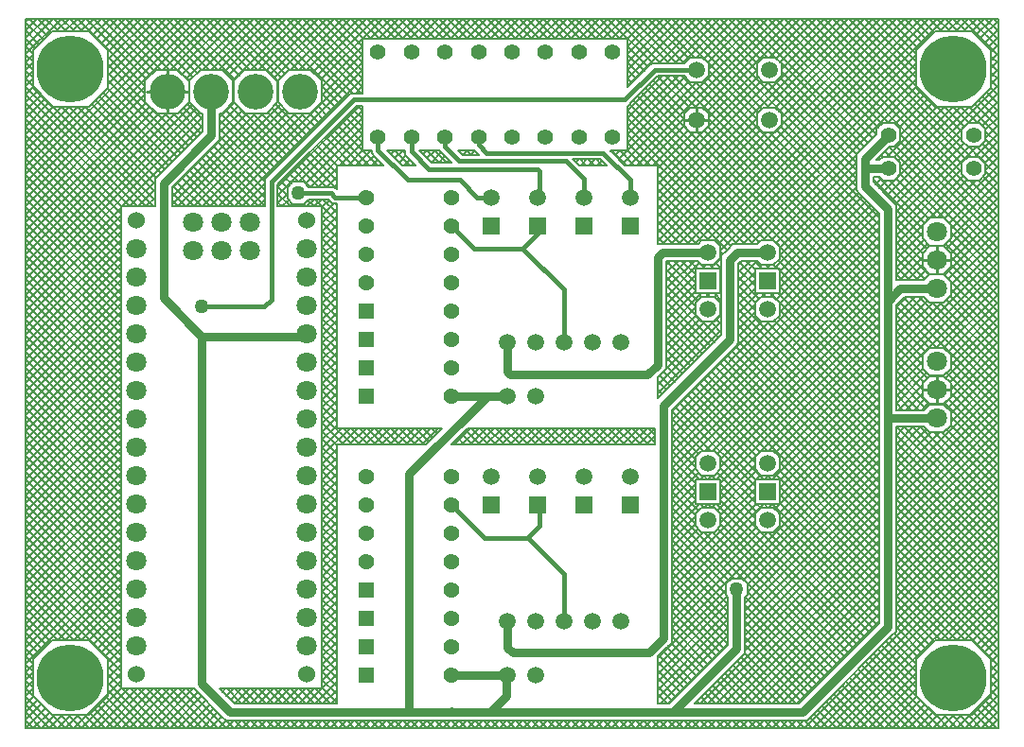
<source format=gbr>
%TF.GenerationSoftware,Altium Limited,Altium Designer,21.8.1 (53)*%
G04 Layer_Physical_Order=1*
G04 Layer_Color=255*
%FSLAX43Y43*%
%MOMM*%
%TF.SameCoordinates,34F7A64E-A76D-4A2E-B03E-92C6081B7B14*%
%TF.FilePolarity,Positive*%
%TF.FileFunction,Copper,L1,Top,Signal*%
%TF.Part,Single*%
G01*
G75*
%TA.AperFunction,NonConductor*%
%ADD10C,0.203*%
%ADD11C,0.254*%
%TA.AperFunction,Conductor*%
%ADD12C,0.400*%
%ADD13C,0.800*%
%TA.AperFunction,ComponentPad*%
%ADD14C,1.400*%
%ADD15C,1.800*%
%ADD16C,1.524*%
%ADD17C,3.200*%
%ADD18C,1.500*%
%ADD19R,1.500X1.500*%
%ADD20C,1.425*%
%ADD21R,1.425X1.425*%
%TA.AperFunction,ViaPad*%
%ADD22C,6.000*%
%ADD23C,1.270*%
D10*
X86340Y64017D02*
X87517Y62840D01*
X86589Y61444D02*
X87517Y62373D01*
X87059Y64017D02*
X87517Y63559D01*
X86856Y60274D02*
X87517Y60936D01*
X86856Y60992D02*
X87517Y61654D01*
X85622Y64017D02*
X87517Y62122D01*
X85871Y62163D02*
X87517Y63810D01*
X84185Y64017D02*
X87517Y60685D01*
X84904Y64017D02*
X87517Y61404D01*
X86856Y58837D02*
X87517Y59499D01*
X86856Y59192D02*
X87517Y58530D01*
X86856Y59910D02*
X87517Y59248D01*
X86856Y58473D02*
X87517Y57811D01*
X86856Y58119D02*
X87517Y58781D01*
X86856Y59556D02*
X87517Y60217D01*
X86856Y60629D02*
X87517Y59967D01*
X86463Y57429D02*
X87517Y56375D01*
X86822Y57789D02*
X87517Y57093D01*
X82748Y64017D02*
X83910Y62856D01*
X82971D02*
X84133Y64017D01*
X82253Y62856D02*
X83415Y64017D01*
X83690Y62856D02*
X84852Y64017D01*
X83467D02*
X84629Y62856D01*
X82030Y64017D02*
X83192Y62856D01*
X81311Y64017D02*
X82473Y62856D01*
X80593Y64017D02*
X81789Y62822D01*
X79875Y64017D02*
X81429Y62463D01*
X85511Y62522D02*
X87007Y64017D01*
X86230Y61804D02*
X87517Y63091D01*
X85127Y62856D02*
X86288Y64017D01*
X86856Y57822D02*
Y61178D01*
X85178Y62856D02*
X86856Y61178D01*
X84408Y62856D02*
X85570Y64017D01*
X81822Y62856D02*
X85178D01*
X80144Y61178D02*
X81822Y62856D01*
X80144Y57822D02*
Y61178D01*
X85744Y56711D02*
X87517Y54938D01*
X85548Y54656D02*
X87517Y56625D01*
X86104Y57070D02*
X87517Y55656D01*
X86366Y54037D02*
X87517Y55188D01*
X86052Y54441D02*
X87517Y55907D01*
X84829Y54656D02*
X87517Y57344D01*
X85178Y56144D02*
X86856Y57822D01*
X84874Y56144D02*
X87517Y53501D01*
X85385Y56352D02*
X87517Y54219D01*
X86366Y53934D02*
X87517Y52783D01*
X86366Y53216D02*
X87517Y52064D01*
X86366Y53318D02*
X87517Y54470D01*
X86348Y51145D02*
X87517Y52315D01*
X86078Y52785D02*
X87517Y51346D01*
X85989Y51505D02*
X87517Y53033D01*
X85421Y51656D02*
X87517Y53752D01*
X85600Y52544D02*
X87517Y50627D01*
X85771Y51656D02*
X86366Y51061D01*
X83437Y56144D02*
X84926Y54656D01*
X84156Y56144D02*
X85644Y54656D01*
X82719Y56144D02*
X84495Y54368D01*
X84254Y54081D02*
X84829Y54656D01*
X84254Y54128D02*
X84782Y54656D01*
X80144Y58000D02*
X82000Y56144D01*
X80144Y57822D02*
X81822Y56144D01*
X85178D01*
X82000D02*
X84254Y53890D01*
X86366Y53072D02*
Y54128D01*
X85838Y54656D02*
X86366Y54128D01*
X85838Y52544D02*
X86366Y53072D01*
X84882Y52544D02*
X85771Y51656D01*
X84782Y54656D02*
X85838D01*
X84254Y53072D02*
Y54128D01*
X84782Y52544D02*
X85838D01*
X84254Y53072D02*
X84782Y52544D01*
X78438Y64017D02*
X80711Y61744D01*
X79156Y64017D02*
X81070Y62104D01*
X77719Y64017D02*
X80352Y61385D01*
X74127Y64017D02*
X80144Y58000D01*
X74846Y64017D02*
X80144Y58719D01*
X71972Y64017D02*
X84558Y51431D01*
X73409Y64017D02*
X84254Y53172D01*
X70535Y64017D02*
X84254Y50298D01*
X71254Y64017D02*
X84254Y51017D01*
X78650Y54224D02*
X81196Y56770D01*
X78746Y53601D02*
X81556Y56411D01*
X78291Y54583D02*
X80837Y57129D01*
X78746Y50727D02*
X84163Y56144D01*
X78587Y51287D02*
X83444Y56144D01*
X72690Y64017D02*
X85052Y51656D01*
X77645Y54656D02*
X80478Y57489D01*
X78227Y51646D02*
X82726Y56144D01*
X77519Y51656D02*
X82008Y56144D01*
X76283Y64017D02*
X80144Y60156D01*
X75564Y64017D02*
X80144Y59437D01*
X77001Y64017D02*
X80144Y60874D01*
X77162Y54656D02*
X78218D01*
X76634Y54128D02*
X77162Y54656D01*
X68380Y64017D02*
X77742Y54656D01*
X68113Y55181D02*
X76949Y64017D01*
X68113Y54463D02*
X77667Y64017D01*
X67661D02*
X77093Y54586D01*
X78746Y53072D02*
Y54128D01*
X78218Y54656D02*
X78746Y54128D01*
X78218Y51656D02*
X78746Y51128D01*
X78218Y52544D02*
X78746Y53072D01*
X77768Y52544D02*
X78218D01*
X77373Y52150D02*
X77868Y51656D01*
X76579Y51356D02*
X77768Y52544D01*
X77014Y51791D02*
X77156Y51649D01*
X69817Y64017D02*
X87517Y46317D01*
X77569Y48114D02*
X87517Y58062D01*
X77210Y48473D02*
X84881Y56144D01*
X69098Y64017D02*
X87517Y45598D01*
X66447Y44176D02*
X80144Y57873D01*
X62109Y44149D02*
X81978Y64017D01*
X61418Y44176D02*
X81260Y64017D01*
X62469Y43790D02*
X82696Y64017D01*
X60379Y43856D02*
X80541Y64017D01*
X78356Y46027D02*
X84873Y52544D01*
X78356Y45308D02*
X85592Y52544D01*
X78356Y46745D02*
X84469Y52858D01*
X78676Y53003D02*
X87517Y44161D01*
X78746Y53652D02*
X87517Y44880D01*
X78288Y47396D02*
X84254Y53362D01*
X77929Y47755D02*
X84254Y54081D01*
X77733Y52509D02*
X87517Y42725D01*
X78317Y52644D02*
X87517Y43443D01*
X64660Y43826D02*
X80144Y59310D01*
X65378Y43826D02*
X80144Y58592D01*
X63941Y43826D02*
X80144Y60029D01*
X62636Y43238D02*
X80144Y60747D01*
X61455Y58729D02*
X76844Y43340D01*
X58942Y43856D02*
X79104Y64017D01*
X58224Y43856D02*
X78386Y64017D01*
X59661Y43856D02*
X79823Y64017D01*
X58426Y58884D02*
X76844Y40466D01*
X67673Y53948D02*
X76844Y44777D01*
X68113Y54945D02*
X76844Y46213D01*
X61613Y54979D02*
X76844Y39748D01*
X67068Y53834D02*
X76844Y44058D01*
X60413Y58334D02*
X76844Y41903D01*
X61096Y58370D02*
X76844Y42621D01*
X61190Y53965D02*
X76844Y38311D01*
X61549Y54324D02*
X76844Y39029D01*
X86366Y50445D02*
X87517Y51596D01*
X86366Y51061D02*
X87517Y49909D01*
X86366Y50072D02*
Y51128D01*
Y50342D02*
X87517Y49190D01*
X85838Y49544D02*
X86366Y50072D01*
X85838Y51656D02*
X86366Y51128D01*
X84782Y51656D02*
X85838D01*
X83086Y45728D02*
X87517Y50160D01*
X82726Y46087D02*
X87517Y50878D01*
X86141Y49848D02*
X87517Y48472D01*
X85727Y49544D02*
X87517Y47754D01*
X84782Y49544D02*
X85838D01*
X83256Y42306D02*
X87517Y46567D01*
X85008Y49544D02*
X87517Y47035D01*
X83256Y44461D02*
X87517Y48723D01*
X83256Y45179D02*
X87517Y49441D01*
X83253Y43021D02*
X87517Y47286D01*
X82893Y43380D02*
X87517Y48004D01*
X84254Y51128D02*
X84782Y51656D01*
X84254Y50072D02*
X84782Y49544D01*
X84254Y50072D02*
Y51128D01*
X82620Y46186D02*
X83256Y45550D01*
X82628Y46186D02*
X83256Y45558D01*
X81388Y46186D02*
X84765Y49562D01*
X81372Y46186D02*
X82628D01*
X82107D02*
X85465Y49544D01*
X80744Y45542D02*
X81388Y46186D01*
X82628Y43674D02*
X83256Y44302D01*
Y45558D01*
X82628Y43646D02*
X83256Y43018D01*
X81372Y43646D02*
X82628D01*
X81372Y43674D02*
X82628D01*
X83256Y40150D02*
X87517Y44412D01*
X83256Y39432D02*
X87517Y43694D01*
X83256Y44831D02*
X87517Y40569D01*
X83256Y41957D02*
X87517Y37696D01*
X83256Y42676D02*
X87517Y38414D01*
X82802Y43848D02*
X87517Y39132D01*
X83161Y44207D02*
X87517Y39851D01*
X82635Y41141D02*
X87517Y36259D01*
X82994Y41501D02*
X87517Y36977D01*
X83186Y39153D02*
X87517Y34822D01*
X83013Y34160D02*
X87517Y38665D01*
X83256Y39802D02*
X87517Y35540D01*
X83256Y32966D02*
X87517Y37228D01*
X83256Y33685D02*
X87517Y37946D01*
X82654Y34520D02*
X87517Y39383D01*
X81961Y34546D02*
X87517Y40102D01*
X82308Y38594D02*
X87517Y33385D01*
X82827Y38794D02*
X87517Y34104D01*
X83256Y45550D02*
X87517Y41288D01*
X82628Y41134D02*
X83256Y41762D01*
Y43018D01*
X83060Y40673D02*
X87517Y45131D01*
X82701Y41032D02*
X87517Y45849D01*
X81372Y41134D02*
X82628D01*
X80872Y40606D02*
X81372Y41106D01*
X80837Y40606D02*
X81369Y41138D01*
X83256Y39222D02*
Y40478D01*
X82628Y41106D02*
X83256Y40478D01*
X82628Y34546D02*
X83256Y33918D01*
X82628Y38594D02*
X83256Y39222D01*
X81372Y41106D02*
X82628D01*
X80872Y39094D02*
X81372Y38594D01*
Y34546D02*
X82628D01*
X81372Y38594D02*
X82628D01*
X78739Y50066D02*
X82620Y46186D01*
X78380Y49707D02*
X81901Y46186D01*
X80744Y45558D02*
X81372Y46186D01*
X78746Y50778D02*
X87517Y42006D01*
X78356Y46139D02*
X81111Y43384D01*
X77824Y49544D02*
X81277Y46091D01*
X76805Y49844D02*
X80918Y45732D01*
X78356Y43871D02*
X84405Y49921D01*
X78356Y44590D02*
X84254Y50489D01*
X80744Y44302D02*
X81372Y43674D01*
X80744Y43018D02*
X81372Y43646D01*
X80744Y44302D02*
Y45558D01*
X78356Y41716D02*
X80843Y44204D01*
X80744Y41762D02*
Y43018D01*
X78356Y45421D02*
X80751Y43025D01*
X78356Y43153D02*
X80744Y45542D01*
X78356Y44702D02*
X80744Y42313D01*
X78356Y42435D02*
X80744Y44823D01*
X77162Y51656D02*
X78218D01*
X78746Y50072D02*
Y51128D01*
X76862Y51356D02*
X77162Y51656D01*
X78218Y49544D02*
X78746Y50072D01*
X76862Y49844D02*
X77162Y49544D01*
X76306Y49844D02*
X76862D01*
X76579Y51356D02*
X76862D01*
X76306Y49626D02*
X80744Y45187D01*
X76492Y49192D02*
X77003Y49703D01*
X78356Y46572D02*
Y47328D01*
X77978Y47706D02*
X78356Y47328D01*
Y46857D02*
X80744Y44469D01*
X78356Y46572D02*
Y47328D01*
X77162Y49544D02*
X78218D01*
X76851Y48832D02*
X77563Y49544D01*
X77978Y47706D02*
X78356Y47328D01*
X76306Y49378D02*
X77978Y47706D01*
X80744Y41762D02*
X81372Y41134D01*
X80119Y40606D02*
X81010Y41497D01*
X79128Y40606D02*
X80872D01*
X78356Y33095D02*
X87517Y42257D01*
X78356Y36687D02*
X80763Y39094D01*
X78356Y43984D02*
X81303Y41036D01*
X78356Y40998D02*
X81202Y43844D01*
X78356Y33813D02*
X87517Y42975D01*
X78356Y43265D02*
X80944Y40677D01*
X78356Y37518D02*
X81350Y34523D01*
X78356Y36800D02*
X80991Y34164D01*
X79128Y39094D02*
X80872D01*
X80744Y33918D02*
X81372Y34546D01*
X78356Y35363D02*
X80744Y32974D01*
X78356Y35250D02*
X81700Y38594D01*
X78356Y35969D02*
X81177Y38790D01*
X78356Y34532D02*
X82418Y38594D01*
X78356Y38236D02*
X82046Y34546D01*
X78356Y41829D02*
X79579Y40606D01*
X78372D02*
X79128D01*
X78356Y41110D02*
X78860Y40606D01*
X79400D02*
X80744Y41950D01*
X78682Y40606D02*
X80744Y42668D01*
X78356Y42547D02*
X80297Y40606D01*
X78356Y40589D02*
Y46572D01*
X67772Y42354D02*
X76844Y33282D01*
X67936Y42909D02*
X76844Y34000D01*
X78356Y38124D02*
X79326Y39094D01*
X78372Y40606D02*
X79128D01*
X78356Y36081D02*
X80744Y33692D01*
X78356Y37406D02*
X80044Y39094D01*
X76844Y38322D02*
Y39078D01*
Y38322D02*
Y39078D01*
X78356Y38322D02*
X79128Y39094D01*
X76844Y38322D02*
Y39078D01*
X68004Y60101D02*
X71920Y64017D01*
X68113Y59492D02*
X72638Y64017D01*
X67645Y60461D02*
X71202Y64017D01*
X67909Y55696D02*
X76231Y64017D01*
X67540Y56046D02*
X75512Y64017D01*
X66822Y56046D02*
X74794Y64017D01*
X67011Y60546D02*
X70483Y64017D01*
X65506D02*
X76240Y53283D01*
X64788Y64017D02*
X75881Y52924D01*
X76634Y53678D02*
Y54128D01*
X75172Y52216D02*
X76634Y53678D01*
X68113Y59974D02*
X75522Y52565D01*
X68113Y59256D02*
X75162Y52206D01*
X67938Y58712D02*
X74803Y51847D01*
X66943Y64017D02*
X76734Y54227D01*
X67484Y53834D02*
X68113Y54463D01*
X66225Y64017D02*
X76599Y53643D01*
X67560Y53834D02*
X68113Y54387D01*
X67560Y60546D02*
X68113Y59993D01*
X67541Y60546D02*
X68113Y59974D01*
X66454Y60546D02*
X67560D01*
Y58334D02*
X68113Y58887D01*
Y59993D01*
X64069Y64017D02*
X67541Y60546D01*
X65901Y59993D02*
X66454Y60546D01*
X65901Y58887D02*
X66454Y58334D01*
X65901Y58887D02*
Y59993D01*
X67560Y56046D02*
X68113Y55493D01*
X66454Y56046D02*
X67560D01*
X68113Y54387D02*
Y55493D01*
X66454Y53834D02*
X67560D01*
X66454Y58334D02*
X67560D01*
X65901Y55493D02*
X66454Y56046D01*
X65901Y54387D02*
X66454Y53834D01*
X65901Y54387D02*
Y55493D01*
X76655Y51432D02*
X76731Y51356D01*
X76306Y49724D02*
X76426Y49844D01*
X74794Y51838D02*
X75172Y52216D01*
X76306Y49378D02*
Y49844D01*
X74794Y48622D02*
X75172Y48244D01*
X68032Y54307D02*
X76844Y45495D01*
X74794Y51838D02*
X75172Y52216D01*
X67499Y41636D02*
X74794Y48931D01*
X67936Y42791D02*
X74794Y49650D01*
X75172Y48244D02*
X76844Y46572D01*
Y39078D02*
Y46572D01*
X74794Y48622D02*
X75172Y48244D01*
X67936Y37762D02*
X76795Y46621D01*
X67936Y38480D02*
X76436Y46981D01*
X67936Y40636D02*
X75358Y48058D01*
X67936Y41354D02*
X74999Y48418D01*
X67608Y38871D02*
X76077Y47340D01*
X67936Y39917D02*
X75718Y47699D01*
X74794Y51082D02*
Y51838D01*
Y50878D02*
Y51082D01*
Y51838D01*
Y50122D02*
Y50878D01*
Y50122D02*
Y50878D01*
X66879Y58334D02*
X74794Y50419D01*
X67578Y58353D02*
X74794Y51137D01*
X67633Y43925D02*
X74794Y51086D01*
X67165Y44176D02*
X74794Y51805D01*
Y49378D02*
Y50122D01*
Y50878D01*
Y48622D02*
Y49378D01*
Y48622D02*
Y49378D01*
X66277Y44176D02*
X67383D01*
X65927Y43826D02*
X66277Y44176D01*
X67936Y43509D02*
X74794Y50368D01*
X67383Y44176D02*
X67936Y43623D01*
X61521Y60084D02*
X65454Y64017D01*
X61914D02*
X65920Y60011D01*
X61162Y60443D02*
X64736Y64017D01*
X61613Y59457D02*
X66173Y64017D01*
X61196D02*
X65901Y59312D01*
X60546Y60546D02*
X64017Y64017D01*
X60546Y60546D02*
X64017Y64017D01*
X57604D02*
X66015Y55606D01*
X59277Y59996D02*
X63299Y64017D01*
X63351D02*
X66823Y60546D01*
X61426Y55679D02*
X69765Y64017D01*
X62632D02*
X66279Y60371D01*
X61613Y59290D02*
X65901Y55001D01*
X61613Y55147D02*
X65901Y59436D01*
X60356Y56046D02*
X68328Y64017D01*
X59040D02*
X67012Y56046D01*
X61067Y56038D02*
X69046Y64017D01*
X58322D02*
X66374Y55965D01*
X59954Y60546D02*
X61060D01*
X61613Y59993D01*
X59404Y59996D02*
X59954Y60546D01*
X61060Y58334D02*
X61613Y58887D01*
Y59993D01*
X57122Y59996D02*
X61144Y64017D01*
X57051Y59996D02*
X59404D01*
X58559D02*
X62581Y64017D01*
X57840Y59996D02*
X61862Y64017D01*
X59954Y56046D02*
X61060D01*
X59954Y58334D02*
X61060D01*
Y56046D02*
X61613Y55493D01*
X59404Y58884D02*
X59954Y58334D01*
X57051Y58884D02*
X59404D01*
X57708D02*
X60546Y56046D01*
X59401Y55493D02*
X59954Y56046D01*
X61613Y54428D02*
X65986Y58802D01*
X61019Y53834D02*
X61613Y54428D01*
Y54387D02*
Y55493D01*
X60477Y64017D02*
X74794Y49700D01*
X61060Y53834D02*
X61613Y54387D01*
X59759Y64017D02*
X74794Y48982D01*
X57050Y47711D02*
X73357Y64017D01*
X59144Y58884D02*
X76844Y41184D01*
X57050Y45555D02*
X65901Y54407D01*
X57506Y43856D02*
X67484Y53834D01*
X60977Y44176D02*
X62083D01*
X57050Y48766D02*
X61640Y44176D01*
X60602Y53834D02*
X76844Y37592D01*
X62083Y44176D02*
X62636Y43623D01*
X57050Y44118D02*
X66766Y53834D01*
X57050Y44837D02*
X66251Y54038D01*
X57050Y50203D02*
X63601Y43652D01*
X57050Y49484D02*
X63241Y43293D01*
X59954Y53834D02*
X61060D01*
X59401Y54387D02*
X59954Y53834D01*
X57050Y50584D02*
X60300Y53834D01*
X59401Y54387D02*
Y55493D01*
X57050Y49866D02*
X61019Y53834D01*
X57050Y43792D02*
Y50870D01*
Y45174D02*
X58368Y43856D01*
X57050Y44455D02*
X57650Y43856D01*
X60657D02*
X60977Y44176D01*
X57114Y43856D02*
X57869D01*
X57050Y48047D02*
X60949Y44148D01*
X57050Y47329D02*
X60523Y43856D01*
X57050Y46610D02*
X59805Y43856D01*
X57050Y45892D02*
X59086Y43856D01*
X67936Y42517D02*
Y43623D01*
X67383Y41964D02*
X67936Y42517D01*
X65927Y42314D02*
X66277Y41964D01*
X65657Y42314D02*
X66335Y41636D01*
X64938Y42314D02*
X65724Y41528D01*
X64530Y42314D02*
X65927D01*
X64530Y43826D02*
X65927D01*
X64256Y40548D02*
X65975Y42267D01*
X64375Y42159D02*
X65724Y40810D01*
X66780Y41636D02*
X67109Y41964D01*
X66277D02*
X67383D01*
X66725D02*
X67054Y41636D01*
X67772D02*
X67936Y41472D01*
X67413Y41995D02*
X67772Y41636D01*
X65724D02*
X67936D01*
X66062D02*
X66391Y41964D01*
X64256Y39829D02*
X65724Y41298D01*
X64256Y41560D02*
X65724Y40091D01*
X63774Y43826D02*
X64530D01*
X63774D02*
X64530D01*
X63396Y43448D02*
X63774Y43826D01*
X63396Y43448D02*
X63774Y43826D01*
X63122Y43174D02*
X63396Y43448D01*
X62744Y42796D02*
X63122Y43174D01*
X62636Y43180D02*
X62882Y42934D01*
X62744Y42796D02*
X63122Y43174D01*
X62636Y42517D02*
Y43623D01*
X64256Y42040D02*
X64530Y42314D01*
X62744Y42040D02*
Y42796D01*
X64256Y41266D02*
X65304Y42314D01*
X64256Y41985D02*
X64585Y42314D01*
X62636Y41025D02*
X62744Y40916D01*
Y42040D02*
Y42796D01*
X62636Y40306D02*
X62744Y40198D01*
X62636Y40365D02*
X62744Y40473D01*
X67936Y39424D02*
Y41636D01*
X65724Y39424D02*
X67936D01*
X66391D02*
X66720Y39096D01*
X67114D02*
X67443Y39424D01*
X66396Y39096D02*
X66724Y39424D01*
X64256Y40842D02*
X66139Y38958D01*
X64256Y40123D02*
X65780Y38599D01*
X64256Y37674D02*
X66006Y39424D01*
X64256Y39405D02*
X65724Y37936D01*
X67383Y39096D02*
X67936Y38543D01*
Y37437D02*
Y38543D01*
X66277Y39096D02*
X67383D01*
Y36884D02*
X67936Y37437D01*
X66277Y36884D02*
X67383D01*
X65724Y38543D02*
X66277Y39096D01*
X65724Y37437D02*
Y38543D01*
Y37437D02*
X66277Y36884D01*
X64256Y35519D02*
X65949Y37212D01*
X64256Y39111D02*
X65724Y40580D01*
X64256Y38392D02*
X65724Y39861D01*
Y39424D02*
Y41636D01*
X64256Y36956D02*
X65724Y38424D01*
X64256Y35684D02*
Y42040D01*
X62636Y39588D02*
X62744Y39479D01*
X62636Y39646D02*
X62744Y39755D01*
Y35684D02*
Y42040D01*
X62636Y37437D02*
Y38543D01*
X64256Y36237D02*
X65724Y37706D01*
X64256Y34928D02*
Y35684D01*
X63878Y34550D02*
X64256Y34928D01*
Y35684D01*
X62636Y38151D02*
X62744Y38042D01*
X62636Y38209D02*
X62744Y38318D01*
X63878Y34550D02*
X64256Y34928D01*
X62636Y37491D02*
X62744Y37600D01*
X62636Y42520D02*
X62744Y42629D01*
X62608Y42489D02*
X62744Y42353D01*
X62080Y41964D02*
X62636Y42520D01*
X62249Y42130D02*
X62744Y41634D01*
X62083Y41964D02*
X62636Y42517D01*
X61033Y41636D02*
X61362Y41964D01*
X60978D02*
X61306Y41636D01*
X61751D02*
X62080Y41964D01*
X61696D02*
X62025Y41636D01*
X62470D02*
X62744Y41910D01*
X62636Y41083D02*
X62744Y41192D01*
X62636Y39424D02*
Y41636D01*
X61367Y39096D02*
X61695Y39424D01*
X61362D02*
X61691Y39096D01*
X60424Y41636D02*
X62636D01*
X60977Y41964D02*
X62083D01*
X60424Y39424D02*
X62636D01*
X60977Y39096D02*
X62083D01*
X57869Y43856D02*
X60657D01*
X57779Y41255D02*
X58868Y42344D01*
X57779Y41973D02*
X58150Y42344D01*
X57779Y39818D02*
X60305Y42344D01*
X57779Y40536D02*
X59587Y42344D01*
X57114Y43856D02*
X57869D01*
X57050Y43792D02*
X57114Y43856D01*
X57779Y42254D02*
X57869Y42344D01*
X57050Y43792D02*
X57114Y43856D01*
X60597Y42344D02*
X60977Y41964D01*
X59879Y42344D02*
X60588Y41636D01*
X60424Y39424D02*
Y41636D01*
X59161Y42344D02*
X60424Y41081D01*
X57869Y42344D02*
X60597D01*
X58442D02*
X60424Y40362D01*
X57779Y39100D02*
X60810Y42131D01*
X57797Y42272D02*
X60424Y39644D01*
X62081Y39424D02*
X62744Y38761D01*
X62443Y38735D02*
X62744Y39036D01*
X62084Y39094D02*
X62414Y39424D01*
X62029Y36884D02*
X62636Y37491D01*
X62083Y39096D02*
X62636Y38543D01*
X57779Y39416D02*
X62128Y35067D01*
X60424Y37489D02*
X61029Y36884D01*
X57779Y38698D02*
X61768Y34708D01*
X57779Y37979D02*
X61409Y34349D01*
X62633Y37435D02*
X62744Y37324D01*
X62274Y37076D02*
X62744Y36605D01*
X62083Y36884D02*
X62636Y37437D01*
X61747Y36884D02*
X62744Y35887D01*
X61029Y36884D02*
X62487Y35426D01*
X60977Y36884D02*
X62083D01*
X60424Y37437D02*
X60977Y36884D01*
X57779Y33352D02*
X61311Y36884D01*
X57779Y37261D02*
X61050Y33989D01*
X57779Y40134D02*
X60424Y37489D01*
X60644Y39424D02*
X60975Y39093D01*
X57779Y37663D02*
X60424Y40309D01*
X57779Y36226D02*
X60977Y39424D01*
X57779Y36944D02*
X60424Y39590D01*
X57779Y41571D02*
X60616Y38734D01*
X57779Y38381D02*
X60424Y41027D01*
X57779Y40853D02*
X60424Y38207D01*
X57779Y33398D02*
Y42254D01*
X60424Y38543D02*
X60977Y39096D01*
X60424Y37437D02*
Y38543D01*
X57779Y35824D02*
X60332Y33271D01*
X57779Y35106D02*
X59972Y32912D01*
X57779Y34789D02*
X60426Y37436D01*
X57779Y35508D02*
X60424Y38153D01*
X57779Y34071D02*
X60785Y37077D01*
X57779Y36542D02*
X60691Y33630D01*
X82821Y31813D02*
X87517Y36509D01*
X83180Y31454D02*
X87517Y35791D01*
X81590Y38594D02*
X87517Y32667D01*
X82628Y29465D02*
X87517Y34354D01*
X83256Y30811D02*
X87517Y35073D01*
X79653Y39094D02*
X87517Y31230D01*
X80371Y39094D02*
X87517Y31948D01*
X78672Y38639D02*
X87517Y29793D01*
X79031Y38998D02*
X87517Y30511D01*
X83256Y30122D02*
Y31378D01*
X82628Y29494D02*
X83256Y30122D01*
Y32662D02*
Y33918D01*
Y33336D02*
X87517Y29075D01*
X82988Y29106D02*
X87517Y33636D01*
X82628Y32006D02*
X83256Y31378D01*
X82628Y32034D02*
X83256Y32662D01*
X81372Y29466D02*
X82628D01*
X81372Y32034D02*
X82628D01*
X81372Y32006D02*
X82628D01*
X80744Y30122D02*
Y31378D01*
Y32662D02*
X81372Y32034D01*
X80744Y32662D02*
Y33918D01*
Y31378D02*
X81372Y32006D01*
X78537Y28966D02*
X80744Y31173D01*
X81372Y29494D02*
X82628D01*
X80744Y30122D02*
X81372Y29494D01*
X80872Y28966D02*
X81372Y29466D01*
X80692Y28966D02*
X81296Y29570D01*
X78356Y28966D02*
X80872D01*
X78356Y29615D02*
X79005Y28966D01*
X79974D02*
X80937Y29929D01*
X79255Y28966D02*
X80744Y30455D01*
X83067Y29933D02*
X87517Y25483D01*
X83256Y28307D02*
X87517Y24046D01*
X83256Y30463D02*
X87517Y26201D01*
Y483D02*
Y64017D01*
X83256Y27589D02*
X87517Y23327D01*
X78356Y20163D02*
X87517Y29325D01*
X82707Y29574D02*
X87517Y24764D01*
X78356Y18727D02*
X87517Y27888D01*
X78356Y19445D02*
X87517Y28607D01*
X82453Y26954D02*
X87517Y21890D01*
X81735Y26954D02*
X87517Y21172D01*
X82900Y27226D02*
X87517Y22609D01*
X79798Y27454D02*
X87517Y19735D01*
X80517Y27454D02*
X87517Y20454D01*
X78361Y27454D02*
X87517Y18298D01*
X79080Y27454D02*
X87517Y19017D01*
X78356Y26742D02*
X87517Y17580D01*
X78356Y18008D02*
X87517Y27170D01*
X83233Y32640D02*
X87517Y28356D01*
X83256Y27937D02*
X87517Y32199D01*
X83256Y28656D02*
X87517Y32917D01*
X83256Y31181D02*
X87517Y26919D01*
X83256Y27582D02*
Y28838D01*
X82874Y32281D02*
X87517Y27638D01*
X82628Y29466D02*
X83256Y28838D01*
X82628Y26954D02*
X83256Y27582D01*
X78356Y9878D02*
Y27454D01*
X81372Y26954D02*
X82628D01*
X80872Y27454D02*
X81372Y26954D01*
X78356Y23756D02*
X81554Y26954D01*
X78356Y24474D02*
X81104Y27222D01*
X78356Y27454D02*
X80872D01*
X78356Y27348D02*
X78462Y27454D01*
X78356Y25192D02*
X80618Y27454D01*
X78356Y25911D02*
X79899Y27454D01*
X78356Y31658D02*
X87517Y40820D01*
X78356Y34644D02*
X81183Y31817D01*
X78356Y33926D02*
X80824Y31457D01*
X78356Y30940D02*
X80744Y33329D01*
X78356Y28966D02*
Y38322D01*
Y32377D02*
X87517Y41538D01*
X76844Y28578D02*
Y38322D01*
X66984Y25316D02*
X76844Y35176D01*
X67798Y37299D02*
X76844Y28253D01*
X78356Y29503D02*
X81130Y32277D01*
X78356Y31771D02*
X81016Y29110D01*
X78356Y31052D02*
X80442Y28966D01*
X78356Y30334D02*
X79724Y28966D01*
X78356Y26629D02*
X79181Y27454D01*
X78356Y30221D02*
X80770Y32636D01*
X78356Y33207D02*
X80744Y30819D01*
X78356Y32489D02*
X81379Y29466D01*
X76844Y27822D02*
Y28578D01*
X67936Y40754D02*
X76844Y31845D01*
X67936Y40035D02*
X76844Y31127D01*
X67936Y41472D02*
X76844Y32563D01*
X61955Y25316D02*
X76844Y40205D01*
X67828Y39424D02*
X76844Y30408D01*
X58287Y26676D02*
X76844Y45234D01*
X58287Y27394D02*
X76844Y45952D01*
X61237Y25316D02*
X76844Y40923D01*
X58287Y25958D02*
X76844Y44515D01*
Y27822D02*
Y28578D01*
X67936Y37880D02*
X76844Y28971D01*
X67439Y36940D02*
X76844Y27534D01*
Y27822D02*
Y28578D01*
X66776Y36884D02*
X76844Y26816D01*
X67110Y39424D02*
X76844Y29690D01*
X64256Y37968D02*
X76844Y25379D01*
X64256Y38686D02*
X76844Y26098D01*
X62636Y21686D02*
X76844Y35894D01*
X63620Y34293D02*
X76844Y21069D01*
X63979Y34652D02*
X76844Y21787D01*
X62902Y33574D02*
X76844Y19632D01*
X63261Y33934D02*
X76844Y20350D01*
X62183Y32856D02*
X76844Y18195D01*
X62543Y33215D02*
X76844Y18913D01*
X61465Y32138D02*
X76844Y16758D01*
X61824Y32497D02*
X76844Y17477D01*
X78356Y22319D02*
X87517Y31481D01*
X78356Y21600D02*
X87517Y30762D01*
X78356Y23037D02*
X82273Y26954D01*
X78356Y20882D02*
X87517Y30044D01*
X67936Y19083D02*
X76844Y27992D01*
X67517Y20101D02*
X76844Y29429D01*
X67936Y21238D02*
X76844Y30147D01*
X61106Y31778D02*
X76844Y16040D01*
X67876Y19742D02*
X76844Y28710D01*
X62636Y23841D02*
X76844Y38050D01*
X64256Y35813D02*
X76844Y23224D01*
X64256Y36531D02*
X76844Y23942D01*
X62636Y22404D02*
X76844Y36613D01*
X62289Y22776D02*
X76844Y37331D01*
X58287Y24521D02*
X76844Y43079D01*
X58287Y25239D02*
X76844Y43797D01*
X58287Y23084D02*
X76844Y41642D01*
X58287Y23802D02*
X76844Y42360D01*
X67936Y22675D02*
X76844Y31584D01*
X67936Y24112D02*
X76844Y33021D01*
Y9878D02*
Y27822D01*
X67936Y21957D02*
X76844Y30865D01*
X67318Y22776D02*
X76844Y32302D01*
X67543Y25156D02*
X76844Y34458D01*
X58287Y8716D02*
X76844Y27273D01*
X64256Y35094D02*
X76844Y22505D01*
X82353Y8356D02*
X87517Y13520D01*
X83071Y8356D02*
X87517Y12802D01*
X78356Y18839D02*
X87517Y9677D01*
X84508Y8356D02*
X87517Y11365D01*
X83790Y8356D02*
X87517Y12083D01*
X78356Y25305D02*
X87517Y16143D01*
X78356Y16571D02*
X87517Y25733D01*
X78356Y10106D02*
X87517Y19267D01*
X78356Y15853D02*
X87517Y25015D01*
X86856Y6392D02*
X87517Y7054D01*
X86856Y5674D02*
X87517Y6336D01*
X86639Y6894D02*
X87517Y7773D01*
X86856Y4956D02*
X87517Y5617D01*
X86856Y6029D02*
X87517Y5367D01*
X85561Y7972D02*
X87517Y9928D01*
X85202Y8331D02*
X87517Y10646D01*
X86280Y7254D02*
X87517Y8491D01*
X85921Y7613D02*
X87517Y9209D01*
X78356Y13698D02*
X87517Y22859D01*
X78356Y22431D02*
X87517Y13269D01*
X78356Y23150D02*
X87517Y13988D01*
X78356Y12261D02*
X87517Y21423D01*
X78356Y21713D02*
X87517Y12551D01*
X78356Y15135D02*
X87517Y24296D01*
X78356Y24586D02*
X87517Y15425D01*
X78356Y14416D02*
X87517Y23578D01*
X78356Y23868D02*
X87517Y14706D01*
X78356Y19557D02*
X87517Y10396D01*
X81822Y8356D02*
X85178D01*
X86856Y6678D01*
X80144D02*
X81822Y8356D01*
X78356Y11542D02*
X87517Y20704D01*
X78356Y20994D02*
X87517Y11833D01*
X78356Y10824D02*
X87517Y19986D01*
X78356Y20276D02*
X87517Y11114D01*
X86856Y4237D02*
X87517Y4899D01*
X86856Y4592D02*
X87517Y3930D01*
X86856Y5310D02*
X87517Y4648D01*
X86856Y3873D02*
X87517Y3211D01*
X86856Y3519D02*
X87517Y4181D01*
X84981Y1644D02*
X86856Y3519D01*
Y3322D02*
Y6678D01*
X84538Y483D02*
X87517Y3462D01*
X85178Y1644D02*
X86856Y3322D01*
X86413Y2879D02*
X87517Y1775D01*
X86053Y2520D02*
X87517Y1056D01*
X86772Y3239D02*
X87517Y2493D01*
X87412Y483D02*
X87517Y588D01*
X86693Y483D02*
X87517Y1307D01*
X85256Y483D02*
X87517Y2744D01*
X85335Y1802D02*
X86654Y483D01*
X85975D02*
X87517Y2025D01*
X85694Y2161D02*
X87373Y483D01*
X80144Y3322D02*
X81822Y1644D01*
X80946Y483D02*
X82108Y1644D01*
X80227Y483D02*
X81606Y1861D01*
X81900Y1644D02*
X83062Y483D01*
X81664D02*
X82826Y1644D01*
X80144Y3400D02*
X81900Y1644D01*
X80144Y3322D02*
Y6678D01*
X79509Y483D02*
X81246Y2220D01*
X78791Y483D02*
X80887Y2579D01*
X83819Y483D02*
X84981Y1644D01*
X83337D02*
X84499Y483D01*
X84774Y1644D02*
X85936Y483D01*
X84056Y1644D02*
X85217Y483D01*
X81822Y1644D02*
X85178D01*
X82383Y483D02*
X83544Y1644D01*
X83101Y483D02*
X84263Y1644D01*
X82619D02*
X83781Y483D01*
X78356Y17402D02*
X87517Y8240D01*
X78356Y16684D02*
X87517Y7522D01*
X78356Y18121D02*
X87517Y8959D01*
X78356Y15247D02*
X87517Y6085D01*
X78356Y15965D02*
X87517Y6804D01*
X78356Y26023D02*
X87517Y16861D01*
X78356Y17290D02*
X87517Y26452D01*
X78356Y9387D02*
X87517Y18549D01*
X78356Y12979D02*
X87517Y22141D01*
X78356Y12373D02*
X82373Y8356D01*
X78356Y11655D02*
X81739Y8272D01*
X78356Y10936D02*
X81379Y7913D01*
X78356Y10218D02*
X81020Y7553D01*
X78356Y9500D02*
X80661Y7194D01*
X78356Y14529D02*
X84529Y8356D01*
X78356Y13810D02*
X83810Y8356D01*
X78356Y13092D02*
X83092Y8356D01*
X78185Y8952D02*
X80302Y6835D01*
X67936Y21356D02*
X76844Y12448D01*
X67936Y20638D02*
X76844Y11729D01*
X67936Y24230D02*
X76844Y15321D01*
X64856Y9537D02*
X76844Y21526D01*
X67291Y20564D02*
X76844Y11011D01*
X64856Y11692D02*
X76844Y23681D01*
X64180Y13891D02*
X76844Y26555D01*
X64856Y10256D02*
X76844Y22244D01*
X64856Y10974D02*
X76844Y22963D01*
X78356Y9122D02*
Y9878D01*
Y9122D02*
Y9878D01*
X77978Y8744D02*
X78356Y9122D01*
X77978Y8744D02*
X78356Y9122D01*
X64856Y8100D02*
X76844Y20089D01*
X67936Y19201D02*
X76844Y10292D01*
X77826Y8592D02*
X80144Y6274D01*
X64856Y7382D02*
X76844Y19371D01*
X73043Y483D02*
X87517Y14957D01*
X77107Y7874D02*
X80144Y4837D01*
X77467Y8233D02*
X80144Y5556D01*
X73762Y483D02*
X87517Y14238D01*
X76030Y6796D02*
X82344Y483D01*
X70888D02*
X87517Y17112D01*
X70169Y483D02*
X87517Y17831D01*
X72325Y483D02*
X87517Y15675D01*
X71606Y483D02*
X87517Y16394D01*
X75671Y6437D02*
X81625Y483D01*
X76635D02*
X80144Y3992D01*
X75917Y483D02*
X80144Y4710D01*
X78072Y483D02*
X80528Y2939D01*
X77354Y483D02*
X80169Y3298D01*
X74952Y5719D02*
X80188Y483D01*
X74480D02*
X80144Y6147D01*
X75311Y6078D02*
X80907Y483D01*
X75198D02*
X80144Y5429D01*
X66600Y2661D02*
X76844Y12905D01*
X67319Y2661D02*
X76844Y12186D01*
X65163Y2661D02*
X76844Y14342D01*
X68755Y2661D02*
X76844Y10750D01*
X68037Y2661D02*
X76844Y11468D01*
X61571Y2661D02*
X76844Y17934D01*
X60853Y2661D02*
X76844Y18652D01*
X63008Y2661D02*
X76844Y16497D01*
X62290Y2661D02*
X76844Y17215D01*
X76389Y7156D02*
X80144Y3400D01*
X76748Y7515D02*
X80144Y4119D01*
X74593Y5360D02*
X79470Y483D01*
X74234Y5000D02*
X78752Y483D01*
X70761Y1527D02*
X77978Y8744D01*
X69474Y2661D02*
X76844Y10031D01*
X73875Y4641D02*
X78033Y483D01*
X73515Y4282D02*
X77315Y483D01*
X67902Y24797D02*
X76844Y33739D01*
X67383Y25316D02*
X67936Y24763D01*
X66277Y25316D02*
X67383D01*
X67936Y23657D02*
Y24763D01*
X65724Y23657D02*
X66277Y23104D01*
X62378Y25020D02*
X76844Y39486D01*
X65724Y24763D02*
X66277Y25316D01*
X62636Y24559D02*
X76844Y38768D01*
X64256Y37250D02*
X76844Y24661D01*
X67383Y23104D02*
X67936Y23657D01*
X66277Y23104D02*
X67383D01*
X66599Y22776D02*
X66928Y23104D01*
X67936Y20564D02*
Y22776D01*
X66906Y23104D02*
X67235Y22776D01*
X65724D02*
X67936D01*
X65881D02*
X66243Y23138D01*
X65724Y20564D02*
X67936D01*
X65724Y22619D02*
X65881Y22776D01*
X65724Y23657D02*
Y24763D01*
X62636Y24501D02*
X65724Y21412D01*
X62636Y23657D02*
Y24763D01*
Y23783D02*
X65724Y20694D01*
X62636Y20967D02*
X65724Y24056D01*
X62083Y25316D02*
X62636Y24763D01*
X60977Y25316D02*
X62083D01*
Y23104D02*
X62636Y23657D01*
X61159Y23104D02*
X61488Y22776D01*
X65724Y20564D02*
Y22776D01*
X62636Y20564D02*
Y22776D01*
X65724Y20694D02*
X65854Y20564D01*
X61904Y20236D02*
X62233Y20564D01*
X60977Y23104D02*
X62083D01*
X61570Y22776D02*
X61899Y23104D01*
X61877D02*
X62206Y22776D01*
X61543Y20564D02*
X61872Y20236D01*
X65091Y13364D02*
X76844Y25118D01*
X67504Y23225D02*
X76844Y13884D01*
X67863Y23584D02*
X76844Y14603D01*
X65091Y12646D02*
X76844Y24400D01*
X67936Y22075D02*
X76844Y13166D01*
X64856Y8819D02*
X76844Y20808D01*
X64747Y13739D02*
X76844Y25836D01*
X62636Y21628D02*
X75615Y8648D01*
X62636Y20909D02*
X75256Y8289D01*
X67936Y18577D02*
Y19683D01*
X67383Y18024D02*
X67936Y18577D01*
X67383Y20236D02*
X67936Y19683D01*
X67888Y18530D02*
X76692Y9726D01*
X67529Y18171D02*
X76333Y9367D01*
X62262Y20564D02*
X74896Y7930D01*
X62636Y19472D02*
X74537Y7571D01*
X62636Y18754D02*
X74178Y7211D01*
X62365Y18306D02*
X73819Y6852D01*
X66572Y20564D02*
X66901Y20236D01*
X66933D02*
X67262Y20564D01*
X65854D02*
X66230Y20188D01*
X62636Y18812D02*
X65724Y21901D01*
X62636Y22346D02*
X65724Y19257D01*
X62353Y19966D02*
X65884Y23497D01*
X61186Y20236D02*
X61514Y20564D01*
X62339Y23361D02*
X65871Y19829D01*
X62636Y19530D02*
X65724Y22619D01*
X66277Y20236D02*
X67383D01*
X65724Y19683D02*
X66277Y20236D01*
X65724Y18577D02*
X66277Y18024D01*
X65724Y18577D02*
Y19683D01*
X62083Y20236D02*
X62636Y19683D01*
X60977Y20236D02*
X62083D01*
Y18024D02*
X62636Y18577D01*
Y19683D01*
X58287Y28831D02*
X66340Y36884D01*
X58287Y28113D02*
X67058Y36884D01*
X58287Y28959D02*
X63878Y34550D01*
X60747Y31419D02*
X66850Y25316D01*
X60387Y31060D02*
X66204Y25243D01*
X57050Y31187D02*
X62744Y36881D01*
X57050Y31905D02*
X62029Y36884D01*
X57153Y30093D02*
X62744Y35684D01*
X57050Y30468D02*
X62744Y36163D01*
X60028Y30701D02*
X65845Y24884D01*
X60424Y23657D02*
X60977Y23104D01*
X60424Y24763D02*
X60977Y25316D01*
X60424Y22776D02*
X62636D01*
X60852D02*
X61181Y23104D01*
X58287Y28850D02*
X61821Y25316D01*
X58287Y28132D02*
X61103Y25316D01*
X59310Y29982D02*
X66516Y22776D01*
X59669Y30342D02*
X65724Y24286D01*
X57779Y34387D02*
X59613Y32553D01*
X57779Y32642D02*
Y33398D01*
Y32642D02*
Y33398D01*
Y33669D02*
X59254Y32193D01*
X57779Y32950D02*
X58895Y31834D01*
X57401Y32264D02*
X57779Y32642D01*
X57401Y32264D02*
X57779Y32642D01*
X57573Y32437D02*
X58536Y31475D01*
X57214Y32078D02*
X58176Y31116D01*
X58287Y27413D02*
X60681Y25019D01*
X58287Y26695D02*
X60424Y24557D01*
Y23657D02*
Y24763D01*
X58287Y25977D02*
X60424Y23839D01*
X57050Y31524D02*
X57817Y30756D01*
X57050Y29989D02*
Y31914D01*
Y29989D02*
X57153Y30093D01*
X57050Y29989D02*
X57153Y30093D01*
X58950Y29623D02*
X65798Y22776D01*
X58591Y29264D02*
X65724Y22131D01*
X60424Y20564D02*
X62636D01*
X58287Y13026D02*
X65825Y20564D01*
X60825D02*
X61154Y20236D01*
X58287Y25258D02*
X60769Y22776D01*
X58287Y20929D02*
X60720Y23362D01*
X58287Y13744D02*
X65724Y21182D01*
X58287Y18055D02*
X60796Y20564D01*
X58287Y18792D02*
X63397Y13682D01*
X60424Y18577D02*
X60977Y18024D01*
X60424Y19683D02*
X60977Y20236D01*
X58287Y10152D02*
X66218Y18084D01*
X58287Y10871D02*
X65859Y18443D01*
X58287Y12308D02*
X66543Y20564D01*
X58287Y19511D02*
X63907Y13891D01*
X58287Y20229D02*
X72741Y5775D01*
X58287Y11589D02*
X65724Y19027D01*
X58287Y23103D02*
X60424Y20965D01*
Y20564D02*
Y22776D01*
X58287Y21647D02*
X60424Y23785D01*
X58287Y22384D02*
X60706Y19965D01*
X58287Y20210D02*
X60424Y22348D01*
X58287Y22366D02*
X60424Y24503D01*
X58287Y24540D02*
X60424Y22402D01*
X58287Y23821D02*
X60424Y21683D01*
X58287Y8887D02*
Y28959D01*
Y17337D02*
X60424Y19474D01*
Y18577D02*
Y19683D01*
X58287Y15900D02*
X60694Y18307D01*
X58287Y16618D02*
X60424Y18756D01*
X58287Y19492D02*
X60424Y21630D01*
X58287Y21666D02*
X60424Y19528D01*
X58287Y18773D02*
X60424Y20911D01*
X58287Y20948D02*
X60424Y18810D01*
X66957Y18024D02*
X75974Y9007D01*
X65091Y12707D02*
X72382Y5415D01*
X66277Y18024D02*
X67383D01*
X65882Y2661D02*
X76844Y13623D01*
X64882Y12197D02*
X72023Y5056D01*
X64856Y11505D02*
X71664Y4697D01*
X64856Y10786D02*
X71304Y4338D01*
X64445Y2661D02*
X76844Y15060D01*
X63726Y2661D02*
X76844Y15779D01*
X64856Y10068D02*
X70945Y3979D01*
X64856Y9350D02*
X70586Y3619D01*
X64856Y8631D02*
X70227Y3260D01*
X69627Y2661D02*
X76844Y9878D01*
X64856Y7913D02*
X69868Y2901D01*
X64131Y6482D02*
X67953Y2661D01*
X63772Y6123D02*
X67234Y2661D01*
X64849Y7201D02*
X69389Y2661D01*
X64490Y6842D02*
X68671Y2661D01*
X64595Y13891D02*
X65091Y13395D01*
Y12405D02*
Y13395D01*
X63605Y13891D02*
X64595D01*
X64856Y12170D02*
X65091Y12405D01*
X64856Y7963D02*
Y12170D01*
X63109Y13395D02*
X63605Y13891D01*
X63109Y12405D02*
Y13395D01*
X63344Y7963D02*
Y12170D01*
X63109Y12405D02*
X63344Y12170D01*
X64856Y7207D02*
Y7963D01*
Y7207D02*
Y7963D01*
X64478Y6829D02*
X64856Y7207D01*
X64478Y6829D02*
X64856Y7207D01*
X62694Y5046D02*
X65079Y2661D01*
X62335Y4686D02*
X64360Y2661D01*
X63412Y5764D02*
X66516Y2661D01*
X63053Y5405D02*
X65797Y2661D01*
X72438Y3204D02*
X75159Y483D01*
X72079Y2845D02*
X74441Y483D01*
X71719Y2486D02*
X73723Y483D01*
X73156Y3923D02*
X76596Y483D01*
X72797Y3564D02*
X75878Y483D01*
X70383Y1149D02*
X70761Y1527D01*
X70383Y1149D02*
X70761Y1527D01*
X71360Y2127D02*
X73004Y483D01*
X71001Y1768D02*
X72286Y483D01*
X69627Y1149D02*
X70383D01*
X69627D02*
X70383D01*
X69464D02*
X70131Y483D01*
X70642Y1408D02*
X71567Y483D01*
X70182Y1149D02*
X70849Y483D01*
X68733D02*
X69399Y1149D01*
X68027D02*
X68694Y483D01*
X69451D02*
X70118Y1149D01*
X68745D02*
X69412Y483D01*
X63716Y1149D02*
X64383Y483D01*
X64422D02*
X65089Y1149D01*
X63704Y483D02*
X64370Y1149D01*
X65141Y483D02*
X65807Y1149D01*
X64435D02*
X65102Y483D01*
X62280Y1149D02*
X62946Y483D01*
X62267D02*
X62934Y1149D01*
X62998D02*
X63665Y483D01*
X62985D02*
X63652Y1149D01*
X67296Y483D02*
X67963Y1149D01*
X66590D02*
X67257Y483D01*
X68014D02*
X68681Y1149D01*
X67308D02*
X67975Y483D01*
X65859D02*
X66526Y1149D01*
X65153D02*
X65820Y483D01*
X66577D02*
X67244Y1149D01*
X65872D02*
X66538Y483D01*
X58287Y15200D02*
X63344Y10142D01*
X58287Y14482D02*
X63344Y9424D01*
X58287Y15919D02*
X63344Y10861D01*
X61928Y18024D02*
X73460Y6493D01*
X61210Y18024D02*
X73100Y6134D01*
X58287Y17355D02*
X63109Y12533D01*
X58287Y18074D02*
X63109Y13251D01*
X58287Y9434D02*
X66877Y18024D01*
X58287Y16637D02*
X63344Y11579D01*
X58287Y13763D02*
X63344Y8706D01*
X58287Y13045D02*
X63344Y7987D01*
X58287Y12327D02*
X62997Y7616D01*
X57050Y3887D02*
X63344Y10181D01*
X58287Y11608D02*
X62638Y7257D01*
X57050Y6042D02*
X63261Y12253D01*
X57050Y6761D02*
X63109Y12820D01*
X57050Y4605D02*
X63344Y10900D01*
X57050Y5324D02*
X63344Y11618D01*
X60977Y18024D02*
X62083D01*
X58287Y8131D02*
Y8887D01*
Y8131D02*
Y8887D01*
Y9453D02*
X61561Y6179D01*
X58287Y8734D02*
X61201Y5820D01*
X58287Y14463D02*
X61848Y18024D01*
X58287Y15181D02*
X61130Y18024D01*
X58287Y10890D02*
X62279Y6897D01*
X58287Y10171D02*
X61920Y6538D01*
X57909Y7753D02*
X58287Y8131D01*
X57909Y7753D02*
X58287Y8131D01*
X58229Y8074D02*
X60842Y5460D01*
X57870Y7714D02*
X60483Y5101D01*
X57511Y7355D02*
X60124Y4742D01*
X57050Y6895D02*
X57909Y7753D01*
X57151Y6996D02*
X59764Y4383D01*
X57050Y5661D02*
X59046Y3664D01*
X60309Y2661D02*
X64478Y6829D01*
X61257Y3609D02*
X62205Y2661D01*
X60898Y3249D02*
X61487Y2661D01*
X61975Y4327D02*
X63642Y2661D01*
X61616Y3968D02*
X62924Y2661D01*
X57261D02*
X63344Y8744D01*
X57050Y3168D02*
X63344Y9463D01*
X58042Y2661D02*
X63344Y7963D01*
X57979Y2661D02*
X63344Y8026D01*
X60830Y483D02*
X61497Y1149D01*
X60843D02*
X61509Y483D01*
X60539Y2890D02*
X60768Y2661D01*
X61561Y1149D02*
X62228Y483D01*
X61548D02*
X62215Y1149D01*
X58798D02*
X69627D01*
X60309Y2661D02*
X69627D01*
X60124Y1149D02*
X60791Y483D01*
X60112D02*
X60778Y1149D01*
X57050Y2661D02*
X58042D01*
X57238Y483D02*
X57905Y1149D01*
X57050Y2787D02*
X57176Y2661D01*
X57956Y483D02*
X58623Y1149D01*
X57251D02*
X57917Y483D01*
X57050Y4942D02*
X58687Y3305D01*
X57050Y4224D02*
X58328Y2946D01*
X57050Y3505D02*
X57895Y2661D01*
X57050D02*
Y6895D01*
X58687Y1149D02*
X59354Y483D01*
X58675D02*
X59342Y1149D01*
X59406D02*
X60073Y483D01*
X59393D02*
X60060Y1149D01*
X58042D02*
X58798D01*
X58042D02*
X58798D01*
X58042D02*
X58798D01*
X57969D02*
X58636Y483D01*
X50705Y62200D02*
X52523Y64017D01*
X51138D02*
X52955Y62200D01*
X50419Y64017D02*
X52237Y62200D01*
X51856Y64017D02*
X53674Y62200D01*
X51424D02*
X53241Y64017D01*
X49268Y62200D02*
X51086Y64017D01*
X48982D02*
X50800Y62200D01*
X49987D02*
X51804Y64017D01*
X49701D02*
X51518Y62200D01*
X54350Y60816D02*
X57552Y64017D01*
X56885D02*
X60357Y60546D01*
X54350Y61534D02*
X56833Y64017D01*
X56167D02*
X59796Y60388D01*
X54350Y60097D02*
X58270Y64017D01*
X52861Y62200D02*
X54678Y64017D01*
X52142Y62200D02*
X53959Y64017D01*
X54297Y62200D02*
X56115Y64017D01*
X53579Y62200D02*
X55396Y64017D01*
X44239Y62200D02*
X46057Y64017D01*
X44672D02*
X46489Y62200D01*
X43954Y64017D02*
X45771Y62200D01*
X45390Y64017D02*
X47208Y62200D01*
X44958D02*
X46775Y64017D01*
X42803Y62200D02*
X44620Y64017D01*
X42517D02*
X44334Y62200D01*
X43521D02*
X45338Y64017D01*
X43235D02*
X45053Y62200D01*
X47546Y64017D02*
X49363Y62200D01*
X47832D02*
X49649Y64017D01*
X47113Y62200D02*
X48931Y64017D01*
X48550Y62200D02*
X50367Y64017D01*
X48264D02*
X50081Y62200D01*
X46109Y64017D02*
X47926Y62200D01*
X45676D02*
X47494Y64017D01*
X46827D02*
X48645Y62200D01*
X46395D02*
X48212Y64017D01*
X55448D02*
X59437Y60029D01*
X54350Y54350D02*
X58884Y58884D01*
X54730Y64017D02*
X58752Y59996D01*
X57050Y46992D02*
X74075Y64017D01*
X54462Y50870D02*
X67610Y64017D01*
X54350Y58661D02*
X59707Y64017D01*
X54350Y59379D02*
X58988Y64017D01*
X53924Y51050D02*
X66891Y64017D01*
X54350Y57942D02*
X60425Y64017D01*
X57020Y58854D02*
X59891Y55982D01*
X56661Y58494D02*
X59532Y55623D01*
X56302Y58135D02*
X59401Y55035D01*
X57050Y48429D02*
X66955Y58334D01*
X57050Y49147D02*
X66346Y58443D01*
X54350Y53632D02*
X59504Y58785D01*
X54350Y54350D02*
X58884Y58884D01*
X53564Y51409D02*
X60490Y58334D01*
X54350Y52913D02*
X59863Y58426D01*
X56217Y59718D02*
X56495Y59996D01*
X56217Y59718D02*
X56495Y59996D01*
X54350Y61524D02*
X56187Y59687D01*
X54350Y60805D02*
X55827Y59328D01*
X54350Y60087D02*
X55468Y58969D01*
X53293Y64017D02*
X57315Y59996D01*
X52575Y64017D02*
X56596Y59996D01*
X54011Y64017D02*
X58033Y59996D01*
X54350Y57850D02*
Y62200D01*
X56495Y59996D02*
X57051D01*
X56495D02*
X57051D01*
X54658Y56491D02*
X57051Y58884D01*
X54350Y58650D02*
X54750Y58250D01*
X54350Y57850D02*
X56217Y59718D01*
X54350Y59368D02*
X55109Y58609D01*
X54350Y55068D02*
X58166Y58884D01*
X54350Y55787D02*
X57448Y58884D01*
X37774Y62200D02*
X39591Y64017D01*
X38206D02*
X40024Y62200D01*
X37488Y64017D02*
X39305Y62200D01*
X38925Y64017D02*
X40742Y62200D01*
X38492D02*
X40310Y64017D01*
X36337Y62200D02*
X38154Y64017D01*
X36051D02*
X37868Y62200D01*
X37055D02*
X38873Y64017D01*
X36769D02*
X38587Y62200D01*
X40361Y64017D02*
X42179Y62200D01*
X40647D02*
X42465Y64017D01*
X39929Y62200D02*
X41746Y64017D01*
X41366Y62200D02*
X43183Y64017D01*
X41080D02*
X42897Y62200D01*
X483Y64017D02*
X87517D01*
X30650Y62200D02*
X54350D01*
X39643Y64017D02*
X41460Y62200D01*
X39211D02*
X41028Y64017D01*
X31740D02*
X33558Y62200D01*
X32026D02*
X33844Y64017D01*
X31308Y62200D02*
X33125Y64017D01*
X32745Y62200D02*
X34562Y64017D01*
X32459D02*
X34276Y62200D01*
X29585Y64017D02*
X31403Y62200D01*
X28867Y64017D02*
X30684Y62200D01*
X31022Y64017D02*
X32839Y62200D01*
X30304Y64017D02*
X32121Y62200D01*
X34900D02*
X36717Y64017D01*
X34614D02*
X36431Y62200D01*
X35618D02*
X37436Y64017D01*
X35332D02*
X37150Y62200D01*
X33463D02*
X35281Y64017D01*
X33177D02*
X34995Y62200D01*
X34182D02*
X35999Y64017D01*
X33896D02*
X35713Y62200D01*
X27430Y64017D02*
X30650Y60797D01*
X26711Y64017D02*
X30650Y60079D01*
X28148Y64017D02*
X30650Y61516D01*
X26910Y58521D02*
X32407Y64017D01*
X26551Y58880D02*
X31688Y64017D01*
X26192Y59239D02*
X30970Y64017D01*
X25993D02*
X30650Y59360D01*
X24556Y64017D02*
X30650Y57924D01*
X25275Y64017D02*
X30650Y58642D01*
X41798Y64017D02*
X43616Y62200D01*
X42084D02*
X43902Y64017D01*
X30025Y57325D02*
X30650Y57950D01*
Y57325D02*
Y62200D01*
X30123Y57325D02*
X30650D01*
X17725Y47180D02*
X30650Y60105D01*
X26980Y57153D02*
X30650Y60824D01*
X19162Y47180D02*
X30650Y58668D01*
X18443Y47180D02*
X30650Y59387D01*
X24945Y59430D02*
X29533Y64017D01*
X25664Y59430D02*
X30252Y64017D01*
X24227Y59430D02*
X28815Y64017D01*
X26980Y57872D02*
X30650Y61542D01*
X23838Y64017D02*
X30531Y57325D01*
X23119Y64017D02*
X29812Y57325D01*
X22775Y58696D02*
X28096Y64017D01*
X22401D02*
X29330Y57088D01*
X21683Y64017D02*
X28971Y56729D01*
X29567Y57325D02*
X30123D01*
X29567D02*
X30123D01*
X29289Y57047D02*
X29567Y57325D01*
X29289Y57047D02*
X29567Y57325D01*
X26980Y58002D02*
X28612Y56369D01*
X26980Y57284D02*
X28253Y56010D01*
X22201Y49959D02*
X29289Y57047D01*
X26980Y56565D02*
X27894Y55651D01*
X54380Y56213D02*
X54658Y56491D01*
X54380Y56213D02*
X54658Y56491D01*
X54350Y52200D02*
Y56213D01*
X40667Y52200D02*
X40722Y52144D01*
X39966Y52200D02*
X40360Y51806D01*
X39183Y52200D02*
X40667D01*
X39183D02*
X39578Y51806D01*
X39592D02*
X39987Y52200D01*
X39247D02*
X39642Y51806D01*
X53205Y51768D02*
X53637Y52200D01*
X52773D02*
X54350D01*
X52846Y52127D02*
X52918Y52200D01*
X49465Y51444D02*
X51862D01*
X49736Y51173D02*
X50008Y51444D01*
X39578Y51806D02*
X41061D01*
X40667Y52200D02*
X40722Y52144D01*
X41061Y51806D01*
X40311D02*
X40686Y52181D01*
X36064Y51869D02*
X36395Y52200D01*
X36423Y51510D02*
X37113Y52200D01*
X34444Y51822D02*
Y52200D01*
X36374D02*
X37468Y51106D01*
X35733Y52200D02*
X36828Y51106D01*
X34218Y52200D02*
X34444Y51974D01*
X33177Y51856D02*
X33521Y52200D01*
X34444Y51822D02*
Y52200D01*
X33536Y51497D02*
X34239Y52200D01*
X37517D02*
X37722Y51994D01*
X37517Y52200D02*
X37722Y51994D01*
X38611Y51106D01*
X36782Y51151D02*
X37674Y52043D01*
X35733Y52200D02*
X37517D01*
X34444Y51822D02*
X34722Y51544D01*
X34444Y51822D02*
X34722Y51544D01*
X33896Y51138D02*
X34512Y51754D01*
X55899Y50870D02*
X59409Y54380D01*
X56617Y50870D02*
X59768Y54021D01*
X55181Y50870D02*
X59401Y55091D01*
X54506Y56339D02*
X66669Y44176D01*
X57050Y46274D02*
X65901Y55125D01*
X54350Y55776D02*
X66114Y44012D01*
X54350Y55058D02*
X65582Y43826D01*
X54350Y54339D02*
X64864Y43826D01*
X54350Y53621D02*
X64145Y43826D01*
X53616Y52200D02*
X54946Y50870D01*
X54103D02*
X57050D01*
X52897Y52200D02*
X54227Y50870D01*
X54350Y52903D02*
X56383Y50870D01*
X54334Y52200D02*
X55664Y50870D01*
X51862Y51444D02*
X52437Y50870D01*
X50039D02*
X52437D01*
X52773Y52200D02*
X54103Y50870D01*
X52307D02*
X52372Y50935D01*
X50061Y51444D02*
X50635Y50870D01*
X50152D02*
X50726Y51444D01*
X49465D02*
X50039Y50870D01*
X50870D02*
X51444Y51444D01*
X50779D02*
X51354Y50870D01*
X37092Y52200D02*
X38186Y51106D01*
X37456D02*
X38033Y51683D01*
X34722Y51544D02*
X35397Y50870D01*
X33500Y52200D02*
X34830Y50870D01*
X50870D02*
X51444Y51444D01*
X38174Y51106D02*
X38393Y51324D01*
X51498Y51444D02*
X52072Y50870D01*
X51588D02*
X52013Y51294D01*
X36828Y51106D02*
X38611D01*
X34163Y50870D02*
X35397D01*
X35065D02*
X35231Y51036D01*
X34346Y50870D02*
X34871Y51395D01*
X30650Y52200D02*
X31444D01*
X31345D02*
X31444Y52100D01*
X30123Y56213D02*
X30650D01*
X31444Y51922D02*
Y52200D01*
Y51922D02*
Y52200D01*
X28368Y54458D02*
X31956Y50870D01*
X28009Y54099D02*
X31238Y50870D01*
X30036D02*
X31366Y52200D01*
X29317Y50870D02*
X30650Y52203D01*
X32833Y52200D02*
X34444D01*
X31722Y51644D02*
X32497Y50870D01*
X31473D02*
X31985Y51382D01*
X32833Y52200D02*
X34163Y50870D01*
X32191D02*
X32344Y51023D01*
X31444Y51922D02*
X31722Y51644D01*
X31444Y51922D02*
X31722Y51644D01*
X28310Y50870D02*
X32497D01*
X30754D02*
X31625Y51741D01*
X29805Y55895D02*
X30650Y55050D01*
X29445Y55536D02*
X30650Y54332D01*
X30205Y56213D02*
X30650Y55768D01*
Y52200D02*
Y56213D01*
X29086Y55177D02*
X30650Y53613D01*
X24951Y49378D02*
X30650Y55076D01*
X28727Y54818D02*
X30650Y52895D01*
X25528Y49236D02*
X30650Y54358D01*
X23035Y49125D02*
X30123Y56213D01*
X27649Y53740D02*
X30519Y50870D01*
X27290Y53381D02*
X29801Y50870D01*
X28599D02*
X30650Y52921D01*
X27390Y48943D02*
X28310Y49863D01*
X26931Y53022D02*
X29083Y50870D01*
X26572Y52662D02*
X28364Y50870D01*
X25853Y51944D02*
X28310Y49487D01*
X26213Y52303D02*
X28310Y50206D01*
X27000Y45679D02*
X28310Y46989D01*
X27000Y46487D02*
X28310Y45177D01*
X27092Y47831D02*
X28310Y46614D01*
X27000Y45768D02*
X28310Y44458D01*
X27000Y44961D02*
X28310Y46271D01*
X25953Y48943D02*
X30650Y53639D01*
X23035Y48898D02*
X30350Y56213D01*
X23035Y48179D02*
X30650Y55795D01*
X26374Y47831D02*
X28310Y45895D01*
X27000Y43613D02*
X28310Y42303D01*
X27000Y42087D02*
X28310Y43397D01*
X27000Y42805D02*
X28310Y44115D01*
X27000Y42176D02*
X28310Y40866D01*
X27000Y42895D02*
X28310Y41585D01*
X27000Y45050D02*
X28310Y43740D01*
X27000Y44242D02*
X28310Y45552D01*
X27000Y44332D02*
X28310Y43022D01*
X27000Y43524D02*
X28310Y44834D01*
X28093Y48943D02*
X28310Y48725D01*
X28093Y48943D02*
X28310Y48725D01*
X28100Y48935D02*
X28310Y49144D01*
Y48725D02*
Y50870D01*
X27537Y47831D02*
X27646Y47722D01*
X26672Y48943D02*
X28310Y50581D01*
X27537Y48943D02*
X28093D01*
X25494Y51585D02*
X28310Y48769D01*
X27537Y48943D02*
X28093D01*
X27924Y47444D02*
X28310D01*
X27646Y47722D02*
X27924Y47444D01*
X28198D02*
X28310Y47332D01*
X27924Y47444D02*
X28310D01*
X27646Y47722D02*
X27924Y47444D01*
X27000Y47116D02*
X27626Y47742D01*
X27000Y41368D02*
X28310Y42678D01*
X27000Y46397D02*
X28047Y47444D01*
X18281Y59231D02*
X23067Y64017D01*
X18809D02*
X23721Y59105D01*
X17761Y59430D02*
X22349Y64017D01*
X18640Y58871D02*
X23786Y64017D01*
X18090D02*
X23362Y58746D01*
X16654Y64017D02*
X21241Y59430D01*
X16324D02*
X20912Y64017D01*
X17372D02*
X21960Y59430D01*
X17043D02*
X21631Y64017D01*
X21353Y59430D02*
X25941Y64017D01*
X24046Y59430D02*
X26002D01*
X20964Y64017D02*
X25552Y59430D01*
X22416Y59055D02*
X27378Y64017D01*
X22057Y59415D02*
X26660Y64017D01*
X19527D02*
X24115Y59430D01*
X20086D02*
X22042D01*
X20635D02*
X25223Y64017D01*
X20246D02*
X24834Y59430D01*
X12343Y64017D02*
X16931Y59430D01*
X12732D02*
X17320Y64017D01*
X11625D02*
X16212Y59430D01*
X13451D02*
X18038Y64017D01*
X13062D02*
X17649Y59430D01*
X9469Y64017D02*
X14057Y59430D01*
X8751Y64017D02*
X13339Y59430D01*
X10906Y64017D02*
X15810Y59114D01*
X10188Y64017D02*
X15451Y58754D01*
X15935Y64017D02*
X20523Y59430D01*
X16126D02*
X18082D01*
X14864Y58688D02*
X20194Y64017D01*
X15217D02*
X19945Y59289D01*
X14145Y59406D02*
X18757Y64017D01*
X12166Y59430D02*
X14122D01*
X14498Y64017D02*
X19586Y58930D01*
X14505Y59047D02*
X19475Y64017D01*
X23068Y58452D02*
X24046Y59430D01*
X26002D02*
X26980Y58452D01*
X22042Y59430D02*
X23020Y58452D01*
X21960Y59430D02*
X23020Y58370D01*
X19108Y56496D02*
Y58452D01*
X18999Y58512D02*
X24504Y64017D01*
X13780D02*
X19227Y58570D01*
X19108Y58452D02*
X20086Y59430D01*
X19060Y56496D02*
Y58452D01*
X23068Y56496D02*
Y58452D01*
X26980Y56496D02*
Y58452D01*
X23020Y56496D02*
Y58452D01*
X26002Y55518D02*
X26980Y56496D01*
X23068D02*
X24046Y55518D01*
X19108Y56534D02*
X20124Y55518D01*
X19108Y56496D02*
X20086Y55518D01*
X22042D02*
X23020Y56496D01*
X17860Y55217D02*
X19123Y56481D01*
X15148Y58452D02*
X16126Y59430D01*
X18082D02*
X19060Y58452D01*
X14122Y59430D02*
X15100Y58452D01*
X15148Y56496D02*
Y58452D01*
X15100Y56496D02*
Y58452D01*
X14057Y59430D02*
X15100Y58387D01*
X11188Y58452D02*
X12166Y59430D01*
X11188Y56496D02*
Y58452D01*
X14122Y55518D02*
X15100Y56496D01*
X18082Y55518D02*
X19060Y56496D01*
X15148D02*
X16126Y55518D01*
X11188Y56551D02*
X12221Y55518D01*
X11188Y56496D02*
X12166Y55518D01*
X4663Y62856D02*
X5825Y64017D01*
X5382Y62856D02*
X6544Y64017D01*
X4440D02*
X5602Y62856D01*
X6498Y62535D02*
X7981Y64017D01*
X6100Y62856D02*
X7262Y64017D01*
X3227Y62856D02*
X4388Y64017D01*
X3004D02*
X4165Y62856D01*
X3945D02*
X5107Y64017D01*
X3722D02*
X4884Y62856D01*
X7856Y61019D02*
X10854Y64017D01*
X7856Y60300D02*
X11573Y64017D01*
X7576Y61458D02*
X10136Y64017D01*
X8033D02*
X12620Y59430D01*
X7856Y59582D02*
X12291Y64017D01*
X6857Y62176D02*
X8699Y64017D01*
X2822Y62856D02*
X6178D01*
X7217Y61817D02*
X9417Y64017D01*
X6178Y62856D02*
X7856Y61178D01*
X1567Y64017D02*
X2775Y62809D01*
X2285Y64017D02*
X3447Y62856D01*
X848Y64017D02*
X2416Y62450D01*
X483Y60830D02*
X3670Y64017D01*
X483Y63665D02*
X2057Y62090D01*
X483Y62985D02*
X1515Y64017D01*
X483Y63704D02*
X796Y64017D01*
X483Y61548D02*
X2952Y64017D01*
X483Y62267D02*
X2233Y64017D01*
X1144Y61178D02*
X2822Y62856D01*
X483Y60112D02*
X1144Y60773D01*
X483Y59393D02*
X1144Y60055D01*
X483Y60073D02*
X1144Y59411D01*
X483Y62946D02*
X1698Y61731D01*
X483Y62228D02*
X1339Y61372D01*
X483Y60791D02*
X1144Y60129D01*
X483Y61509D02*
X1144Y60848D01*
X7314Y64017D02*
X12034Y59297D01*
X7856Y58864D02*
X13009Y64017D01*
X6596D02*
X11675Y58938D01*
X7856Y58145D02*
X13728Y64017D01*
X5877D02*
X11316Y58579D01*
X483Y49335D02*
X15165Y64017D01*
X483Y50054D02*
X14446Y64017D01*
X483Y47898D02*
X16602Y64017D01*
X483Y48617D02*
X15883Y64017D01*
X7856Y59165D02*
X14719Y52302D01*
X7856Y58447D02*
X14360Y51943D01*
X7809Y57775D02*
X14001Y51583D01*
X7450Y57416D02*
X13642Y51224D01*
X7090Y57057D02*
X13282Y50865D01*
X6731Y56698D02*
X12923Y50506D01*
X483Y57917D02*
X11220Y47180D01*
X483Y46462D02*
X11188Y57167D01*
X483Y47180D02*
X11188Y57886D01*
X5159Y64017D02*
X11188Y57988D01*
X7856Y57822D02*
Y61178D01*
X1144Y57822D02*
Y61178D01*
X7856Y59884D02*
X11188Y56551D01*
X7856Y60602D02*
X11188Y57269D01*
X483Y58675D02*
X1144Y59337D01*
X483Y59354D02*
X1144Y58692D01*
X483Y57956D02*
X1144Y58618D01*
X483Y58636D02*
X1144Y57974D01*
X2974Y56144D01*
X1144Y57822D02*
X2822Y56144D01*
X6178D02*
X7856Y57822D01*
X483Y55083D02*
X2183Y56783D01*
X483Y56519D02*
X1465Y57502D01*
X483Y57238D02*
X1144Y57900D01*
X483Y57199D02*
X10502Y47180D01*
X483Y55801D02*
X1824Y57143D01*
X26655Y56171D02*
X27534Y55292D01*
X26296Y55812D02*
X27175Y54933D01*
X22879Y56355D02*
X25738Y53496D01*
X22520Y55996D02*
X25379Y53137D01*
X22160Y55637D02*
X25020Y52777D01*
X20124Y55518D02*
X23942Y51700D01*
X18744Y56180D02*
X23583Y51341D01*
X18384Y55821D02*
X23224Y50981D01*
X17968Y55518D02*
X22865Y50622D01*
X25153Y55518D02*
X26457Y54214D01*
X25871Y55518D02*
X26816Y54573D01*
X24434Y55518D02*
X26098Y53855D01*
X24397Y49378D02*
X25387D01*
X24057Y50148D02*
X24828Y49378D01*
X24046Y55518D02*
X26002D01*
X21561D02*
X24661Y52418D01*
X20842Y55518D02*
X24302Y52059D01*
X23698Y49789D02*
X24253Y49234D01*
X17860Y55518D02*
X18082D01*
X20086D02*
X22042D01*
X17860Y53175D02*
Y53931D01*
Y54909D02*
X22506Y50263D01*
X17860Y54190D02*
X22146Y49904D01*
X17860Y54499D02*
X19483Y56122D01*
X16348Y53931D02*
Y55518D01*
X17860Y53781D02*
X19842Y55763D01*
X17860Y53931D02*
Y55518D01*
X21923Y49681D02*
X22201Y49959D01*
X21923Y49681D02*
X22201Y49959D01*
X21923Y49125D02*
Y49681D01*
Y49125D02*
Y49681D01*
X17482Y52797D02*
X17860Y53175D01*
Y53931D01*
Y53472D02*
X21923Y49408D01*
X17482Y52797D02*
X17860Y53175D01*
X25135Y51226D02*
X27418Y48943D01*
X25822D02*
X27537D01*
X25387Y49378D02*
X25822Y48943D01*
X25627Y47180D02*
X26279Y47831D01*
X25387Y47396D02*
X25822Y47831D01*
X24776Y50866D02*
X26699Y48943D01*
X24417Y50507D02*
X25981Y48943D01*
X17006Y47180D02*
X25345Y55518D01*
X23901Y47892D02*
X24397Y47396D01*
X25822Y47831D02*
X27537D01*
X25372Y47396D02*
X25588Y47180D01*
X24909D02*
X25125Y47396D01*
X26346Y47180D02*
X26997Y47831D01*
X25739Y47748D02*
X26307Y47180D01*
X23035D02*
X27000D01*
X24397Y47396D02*
X25387D01*
X24654D02*
X24870Y47180D01*
X24191D02*
X24407Y47396D01*
X23339Y49430D02*
X23901Y48867D01*
Y48882D02*
X24397Y49378D01*
X19880Y47180D02*
X21923Y49223D01*
X23035Y47180D02*
Y49125D01*
X21923Y47180D02*
Y49125D01*
X17290Y52605D02*
X21923Y47971D01*
X17649Y52964D02*
X21923Y48690D01*
X16930Y52246D02*
X21923Y47253D01*
X16571Y51887D02*
X21278Y47180D01*
X23035Y48297D02*
X24152Y47180D01*
X23901Y47892D02*
Y48882D01*
X23472Y47180D02*
X24043Y47750D01*
X23035Y47579D02*
X23433Y47180D01*
X23035Y47461D02*
X23901Y48328D01*
X23035Y49015D02*
X23901Y48149D01*
X21317Y47180D02*
X21923Y47787D01*
X20598Y47180D02*
X21923Y48505D01*
X14967Y56364D02*
X16348Y54983D01*
X14608Y56005D02*
X16348Y54265D01*
X14249Y55646D02*
X16156Y53739D01*
X14851Y47180D02*
X23618Y55947D01*
X13658Y55518D02*
X15797Y53379D01*
X12939Y55518D02*
X15438Y53020D01*
X12166Y55518D02*
X14122D01*
X12221D02*
X15079Y52661D01*
X6372Y56339D02*
X12564Y50146D01*
X13583Y48785D02*
X20316Y55518D01*
X13583Y48898D02*
X17482Y52797D01*
X16126Y55518D02*
X16348D01*
X13583Y47348D02*
X21753Y55518D01*
X13583Y48067D02*
X21034Y55518D01*
X12449Y50032D02*
X16348Y53931D01*
X12071Y49654D02*
X12449Y50032D01*
X9104Y47180D02*
X16348Y54425D01*
X12071Y49654D02*
X12449Y50032D01*
X483Y50772D02*
X5855Y56144D01*
X2822D02*
X6178D01*
X483Y51491D02*
X5136Y56144D01*
X5129D02*
X12071Y49202D01*
X2974Y56144D02*
X11938Y47180D01*
X483Y53646D02*
X2981Y56144D01*
X483Y54364D02*
X2543Y56424D01*
X483Y52209D02*
X4418Y56144D01*
X483Y52927D02*
X3700Y56144D01*
X12071Y48898D02*
Y49654D01*
Y48898D02*
Y49654D01*
X10541Y47180D02*
X12071Y48711D01*
X9822Y47180D02*
X12071Y49429D01*
X5848Y56144D02*
X12205Y49787D01*
X4411Y56144D02*
X12071Y48484D01*
X9000Y47180D02*
X12071D01*
X3692Y56144D02*
X12071Y47765D01*
X15569Y47180D02*
X23977Y55588D01*
X15853Y51168D02*
X19841Y47180D01*
X15493Y50809D02*
X19123Y47180D01*
X16288D02*
X24626Y55518D01*
X16212Y51528D02*
X20559Y47180D01*
X14133D02*
X23259Y56306D01*
X483Y42869D02*
X13132Y55518D01*
X483Y41433D02*
X15347Y56297D01*
X483Y42151D02*
X13850Y55518D01*
X14416Y49731D02*
X16967Y47180D01*
X14057Y49372D02*
X16249Y47180D01*
X13697Y49013D02*
X15531Y47180D01*
X15134Y50450D02*
X18404Y47180D01*
X14775Y50091D02*
X17686Y47180D01*
X13583Y48409D02*
X14812Y47180D01*
X13583D02*
Y48898D01*
Y47180D02*
X21923D01*
X13583Y47691D02*
X14094Y47180D01*
X483Y54325D02*
X9000Y45808D01*
X483Y53607D02*
X9000Y45089D01*
X483Y55044D02*
X9000Y46526D01*
X483Y43588D02*
X12413Y55518D01*
X483Y44306D02*
X11930Y55754D01*
X483Y56481D02*
X9783Y47180D01*
X483Y55762D02*
X9065Y47180D01*
X483Y45025D02*
X11571Y56113D01*
X483Y45743D02*
X11212Y56473D01*
X11977Y47180D02*
X12071Y47274D01*
X11259Y47180D02*
X12071Y47992D01*
Y47180D02*
Y48898D01*
X483Y50015D02*
X9000Y41497D01*
X483Y52170D02*
X9000Y43653D01*
X483Y52888D02*
X9000Y44371D01*
X483Y50733D02*
X9000Y42216D01*
X483Y51452D02*
X9000Y42934D01*
X55583Y57417D02*
X76844Y36155D01*
X55224Y57058D02*
X76844Y35437D01*
X55942Y57776D02*
X76844Y36874D01*
X57050Y30805D02*
X57458Y30397D01*
X57050Y31914D02*
X57401Y32264D01*
X54865Y56698D02*
X76844Y34719D01*
X43831Y25870D02*
X45311Y27350D01*
X44549Y25870D02*
X46029Y27350D01*
X43982D02*
X45462Y25870D01*
X56195Y27350D02*
X56775Y26769D01*
X55476Y27350D02*
X56775Y26051D01*
X45418Y27350D02*
X46898Y25870D01*
X46137Y27350D02*
X47617Y25870D01*
X45986D02*
X47466Y27350D01*
X38560Y25870D02*
X56775D01*
X40040Y27350D02*
X56775D01*
X45267Y25870D02*
X46747Y27350D01*
X44700D02*
X46180Y25870D01*
X40238D02*
X41718Y27350D01*
X40389D02*
X41869Y25870D01*
X39520D02*
X41000Y27350D01*
X41108D02*
X42588Y25870D01*
X40957D02*
X42437Y27350D01*
X37516D02*
X37645Y27221D01*
X36797Y27350D02*
X37285Y26862D01*
X36079Y27350D02*
X36926Y26503D01*
X35361Y27350D02*
X36567Y26143D01*
X42545Y27350D02*
X44025Y25870D01*
X42394D02*
X43874Y27350D01*
X43263D02*
X44743Y25870D01*
X43112D02*
X44592Y27350D01*
X39856Y27165D02*
X41151Y25870D01*
X39496Y26806D02*
X40433Y25870D01*
X41826Y27350D02*
X43306Y25870D01*
X41675D02*
X43155Y27350D01*
X51733Y25870D02*
X53213Y27350D01*
X51884D02*
X53364Y25870D01*
X51166Y27350D02*
X52646Y25870D01*
X52603Y27350D02*
X54083Y25870D01*
X52452D02*
X53932Y27350D01*
X50296Y25870D02*
X51776Y27350D01*
X49729D02*
X51209Y25870D01*
X51015D02*
X52495Y27350D01*
X50447D02*
X51927Y25870D01*
X54758Y27350D02*
X56238Y25870D01*
X55325D02*
X56775Y27320D01*
X54607Y25870D02*
X56087Y27350D01*
X56775Y25870D02*
Y27350D01*
X56044Y25870D02*
X56775Y26602D01*
X53321Y27350D02*
X54801Y25870D01*
X53170D02*
X54650Y27350D01*
X54039D02*
X55519Y25870D01*
X53888D02*
X55368Y27350D01*
X38802Y25870D02*
X40282Y27350D01*
X46704Y25870D02*
X48184Y27350D01*
X38560Y25870D02*
X40040Y27350D01*
X47423Y25870D02*
X48903Y27350D01*
X46855D02*
X48335Y25870D01*
X35209D02*
X36689Y27350D01*
X34642D02*
X36122Y25870D01*
X36294D02*
X37774Y27350D01*
X35928Y25870D02*
X37408Y27350D01*
X48859Y25870D02*
X50339Y27350D01*
X48292D02*
X49772Y25870D01*
X49578D02*
X51058Y27350D01*
X49011D02*
X50491Y25870D01*
X39137Y26447D02*
X39714Y25870D01*
X38778Y26088D02*
X38996Y25870D01*
X48141D02*
X49621Y27350D01*
X47574D02*
X49054Y25870D01*
X28310Y27350D02*
Y47444D01*
X27000Y27000D02*
X28310Y28310D01*
X27000Y27718D02*
X28310Y29028D01*
X27000Y28526D02*
X29656Y25870D01*
X27000Y27000D02*
X28310Y28310D01*
X27000Y29963D02*
X28310Y28653D01*
X27000Y29155D02*
X28310Y30465D01*
X27000Y29245D02*
X28310Y27935D01*
X27000Y28437D02*
X28310Y29747D01*
X33205Y27350D02*
X34685Y25870D01*
X33773D02*
X35253Y27350D01*
X33054Y25870D02*
X34534Y27350D01*
X34491Y25870D02*
X35971Y27350D01*
X33924D02*
X35404Y25870D01*
X28310Y27350D02*
X37774D01*
X27000Y26282D02*
X28310Y27592D01*
X31617Y25870D02*
X33097Y27350D01*
X27000Y27808D02*
X28938Y25870D01*
X27000Y33466D02*
X28310Y34776D01*
X27000Y34274D02*
X28310Y32964D01*
X27000Y34992D02*
X28310Y33682D01*
X27000Y33555D02*
X28310Y32245D01*
X27000Y32747D02*
X28310Y34057D01*
X27000Y34903D02*
X28310Y36213D01*
X27000Y36429D02*
X28310Y35119D01*
X27000Y34184D02*
X28310Y35494D01*
X27000Y35710D02*
X28310Y34401D01*
X27000Y31400D02*
X28310Y30090D01*
X27000Y30592D02*
X28310Y31902D01*
X27000Y30682D02*
X28310Y29372D01*
X27000Y29874D02*
X28310Y31184D01*
X27000Y32837D02*
X28310Y31527D01*
X27000Y32029D02*
X28310Y33339D01*
X27000Y32118D02*
X28310Y30808D01*
X27000Y31311D02*
X28310Y32621D01*
X29613Y27350D02*
X31093Y25870D01*
X30181D02*
X31661Y27350D01*
X29462Y25870D02*
X30942Y27350D01*
X30899Y25870D02*
X32379Y27350D01*
X30332D02*
X31812Y25870D01*
X28895Y27350D02*
X30375Y25870D01*
X28744D02*
X30224Y27350D01*
X27000Y24845D02*
X29505Y27350D01*
X27000Y25563D02*
X28787Y27350D01*
X31768D02*
X33248Y25870D01*
X28310D02*
X36294D01*
X31050Y27350D02*
X32530Y25870D01*
X32487Y27350D02*
X33967Y25870D01*
X32336D02*
X33816Y27350D01*
X27000Y23408D02*
X28310Y24718D01*
X27000Y24934D02*
X28310Y23624D01*
Y2661D02*
Y25870D01*
X27000Y24216D02*
X28310Y22906D01*
X27000Y23497D02*
X28310Y22187D01*
X27000Y21971D02*
X28310Y23281D01*
X27000Y22689D02*
X28310Y23999D01*
X27000Y21253D02*
X28310Y22563D01*
X27000Y22779D02*
X28310Y21469D01*
X27000Y26371D02*
X28310Y25061D01*
X27000Y27089D02*
X28310Y25779D01*
X27000Y24126D02*
X28310Y25436D01*
X27000Y25653D02*
X28310Y24343D01*
X27000Y19905D02*
X28310Y18595D01*
X27000Y19097D02*
X28310Y20407D01*
X27000Y19187D02*
X28310Y17877D01*
X27000Y18379D02*
X28310Y19689D01*
X27000Y21342D02*
X28310Y20032D01*
X27000Y22060D02*
X28310Y20750D01*
X27000Y20624D02*
X28310Y19314D01*
X27000Y19816D02*
X28310Y21126D01*
X57050Y6379D02*
X59405Y4024D01*
X41659Y1149D02*
X42415D01*
X41659D02*
X42415D01*
X41659D02*
X42415D01*
X41445D02*
X42112Y483D01*
X38859Y1149D02*
X41659D01*
X40714Y483D02*
X41381Y1149D01*
X41433Y483D02*
X42099Y1149D01*
X40727D02*
X41394Y483D01*
X43588D02*
X44255Y1149D01*
X43601D02*
X44267Y483D01*
X42882Y1149D02*
X43549Y483D01*
X44319Y1149D02*
X44986Y483D01*
X44306D02*
X44973Y1149D01*
X42415D02*
X58042D01*
X42151Y483D02*
X42818Y1149D01*
X42869Y483D02*
X43536Y1149D01*
X42164D02*
X42831Y483D01*
X37135Y1149D02*
X37802Y483D01*
X38103Y1149D02*
X38859D01*
X37122Y483D02*
X37789Y1149D01*
X37853D02*
X38520Y483D01*
X37840D02*
X38507Y1149D01*
X35176D02*
X38103D01*
X35698D02*
X36365Y483D01*
X36416Y1149D02*
X37083Y483D01*
X36404D02*
X37070Y1149D01*
X39290D02*
X39957Y483D01*
X39277D02*
X39944Y1149D01*
X40008D02*
X40675Y483D01*
X39996D02*
X40663Y1149D01*
X38103D02*
X38859D01*
X38103D02*
X38859D01*
X38572D02*
X39238Y483D01*
X38559D02*
X39226Y1149D01*
X52222D02*
X52888Y483D01*
X52927D02*
X53594Y1149D01*
X52209Y483D02*
X52876Y1149D01*
X53646Y483D02*
X54313Y1149D01*
X52940D02*
X53607Y483D01*
X50785Y1149D02*
X51452Y483D01*
X50772D02*
X51439Y1149D01*
X51503D02*
X52170Y483D01*
X51491D02*
X52157Y1149D01*
X55801Y483D02*
X56468Y1149D01*
X55814D02*
X56481Y483D01*
X55095Y1149D02*
X55762Y483D01*
X56532Y1149D02*
X57199Y483D01*
X56519D02*
X57186Y1149D01*
X54364Y483D02*
X55031Y1149D01*
X53658D02*
X54325Y483D01*
X55083D02*
X55749Y1149D01*
X54377D02*
X55044Y483D01*
X46462D02*
X47128Y1149D01*
X46474D02*
X47141Y483D01*
X45756Y1149D02*
X46423Y483D01*
X47193Y1149D02*
X47859Y483D01*
X47180D02*
X47847Y1149D01*
X45025Y483D02*
X45692Y1149D01*
X35685Y483D02*
X36352Y1149D01*
X45743Y483D02*
X46410Y1149D01*
X45037D02*
X45704Y483D01*
X49348Y1149D02*
X50015Y483D01*
X49335D02*
X50002Y1149D01*
X50066D02*
X50733Y483D01*
X50054D02*
X50720Y1149D01*
X47911D02*
X48578Y483D01*
X47898D02*
X48565Y1149D01*
X48630D02*
X49296Y483D01*
X48617D02*
X49284Y1149D01*
X27000Y9758D02*
X28310Y11068D01*
X27000Y10566D02*
X28310Y9256D01*
X27000Y11284D02*
X28310Y9974D01*
X27000Y9847D02*
X28310Y8537D01*
X27000Y9039D02*
X28310Y10349D01*
X27000Y11195D02*
X28310Y12505D01*
X27000Y12721D02*
X28310Y11411D01*
X27000Y10476D02*
X28310Y11786D01*
X27000Y12003D02*
X28310Y10693D01*
X27000Y7692D02*
X28310Y6382D01*
X27000Y6166D02*
X28310Y7476D01*
X27000Y6884D02*
X28310Y8194D01*
X27000Y5447D02*
X28310Y6757D01*
X27000Y6974D02*
X28310Y5664D01*
X27000Y9129D02*
X28310Y7819D01*
X27000Y8321D02*
X28310Y9631D01*
X27000Y8410D02*
X28310Y7101D01*
X27000Y7603D02*
X28310Y8913D01*
X27000Y17032D02*
X28310Y15722D01*
X27000Y15505D02*
X28310Y16815D01*
X27000Y16224D02*
X28310Y17534D01*
X27000Y14787D02*
X28310Y16097D01*
X27000Y16313D02*
X28310Y15003D01*
X27000Y18468D02*
X28310Y17158D01*
X27000Y17661D02*
X28310Y18971D01*
X27000Y17750D02*
X28310Y16440D01*
X27000Y16942D02*
X28310Y18252D01*
X27000Y12632D02*
X28310Y13942D01*
X27000Y14158D02*
X28310Y12848D01*
X27000Y11913D02*
X28310Y13223D01*
X27000Y13439D02*
X28310Y12129D01*
X27000Y14068D02*
X28310Y15378D01*
X27000Y15595D02*
X28310Y14285D01*
X27000Y13350D02*
X28310Y14660D01*
X27000Y14876D02*
X28310Y13566D01*
X32812Y483D02*
X33478Y1149D01*
X32824D02*
X33491Y483D01*
X32106Y1149D02*
X32773Y483D01*
X33543Y1149D02*
X34209Y483D01*
X33530D02*
X34197Y1149D01*
X31375Y483D02*
X32042Y1149D01*
X30669D02*
X31336Y483D01*
X32093D02*
X32760Y1149D01*
X31387D02*
X32054Y483D01*
X34420Y1149D02*
X35176D01*
X34420D02*
X35176D01*
X34420D02*
X35176D01*
X34980D02*
X35646Y483D01*
X34967D02*
X35634Y1149D01*
X483Y483D02*
X87517D01*
X19174Y1149D02*
X34420D01*
X34261D02*
X34928Y483D01*
X34248D02*
X34915Y1149D01*
X27000Y4011D02*
X28310Y5321D01*
X27000Y4818D02*
X28310Y3508D01*
X27000Y5537D02*
X28310Y4227D01*
X27783Y483D02*
X28449Y1149D01*
X27000Y4100D02*
X28310Y2790D01*
X27000Y4729D02*
X28310Y6039D01*
X27000Y6255D02*
X28310Y4945D01*
X26368Y2661D02*
X28310Y4602D01*
X19174Y2661D02*
X28310D01*
X29938Y483D02*
X30605Y1149D01*
X29232D02*
X29899Y483D01*
X30656D02*
X31323Y1149D01*
X29951D02*
X30617Y483D01*
X28501D02*
X29168Y1149D01*
X27795D02*
X28462Y483D01*
X29219D02*
X29886Y1149D01*
X28514D02*
X29181Y483D01*
X27000Y40021D02*
X28310Y38711D01*
X27000Y38495D02*
X28310Y39805D01*
X27000Y39213D02*
X28310Y40523D01*
X27000Y37776D02*
X28310Y39086D01*
X27000Y39303D02*
X28310Y37993D01*
X27000Y41458D02*
X28310Y40148D01*
X27000Y40650D02*
X28310Y41960D01*
X27000Y40739D02*
X28310Y39429D01*
X27000Y39932D02*
X28310Y41242D01*
X27000Y36339D02*
X28310Y37649D01*
X27000Y37147D02*
X28310Y35837D01*
X27000Y37866D02*
X28310Y36556D01*
X27000Y20534D02*
X28310Y21844D01*
X27000Y35621D02*
X28310Y36931D01*
X27000Y37058D02*
X28310Y38368D01*
X27000Y38584D02*
X28310Y37274D01*
X483Y15569D02*
X9000Y24087D01*
X483Y29181D02*
X9000Y20663D01*
X483Y19880D02*
X9000Y28397D01*
X483Y27744D02*
X9000Y19226D01*
X483Y28462D02*
X9000Y19945D01*
X483Y27025D02*
X9000Y18508D01*
X483Y19162D02*
X9000Y27679D01*
X483Y29899D02*
X9000Y21382D01*
X483Y22035D02*
X9000Y30553D01*
X483Y20598D02*
X9000Y29116D01*
X483Y21317D02*
X9000Y29834D01*
X483Y24870D02*
X9000Y16353D01*
X483Y17006D02*
X9000Y25524D01*
X483Y24152D02*
X9000Y15634D01*
X483Y16288D02*
X9000Y24805D01*
X483Y26307D02*
X9000Y17789D01*
X483Y18443D02*
X9000Y26961D01*
X483Y25588D02*
X9000Y17071D01*
X483Y17725D02*
X9000Y26242D01*
X483Y8385D02*
X9000Y16903D01*
X3327Y8356D02*
X9000Y14029D01*
X483Y16967D02*
X9000Y8450D01*
X27000Y4000D02*
Y47180D01*
X9000Y4000D02*
Y47180D01*
X483Y14851D02*
X9000Y23368D01*
X483Y23433D02*
X9000Y14916D01*
X483Y9104D02*
X9000Y17621D01*
X483Y22715D02*
X9000Y14197D01*
X6907Y7626D02*
X9000Y9718D01*
X7267Y7267D02*
X9000Y9000D01*
X6548Y7985D02*
X9000Y10437D01*
X7626Y6907D02*
X9000Y8282D01*
X7267Y7267D02*
X9000Y9000D01*
X4764Y8356D02*
X9000Y12592D01*
X4045Y8356D02*
X9000Y13311D01*
X6189Y8344D02*
X9000Y11155D01*
X5482Y8356D02*
X9000Y11874D01*
X483Y20559D02*
X9000Y12042D01*
X483Y11977D02*
X9000Y20495D01*
X483Y12696D02*
X9000Y21213D01*
X483Y11259D02*
X9000Y19776D01*
X483Y19841D02*
X9000Y11324D01*
X483Y21996D02*
X9000Y13479D01*
X483Y14133D02*
X9000Y22650D01*
X483Y21278D02*
X9000Y12760D01*
X483Y13414D02*
X9000Y21932D01*
X483Y17686D02*
X9000Y9168D01*
X2822Y8356D02*
X6178D01*
X7856Y6678D01*
X1144D02*
X2822Y8356D01*
X483Y10540D02*
X9000Y19058D01*
X483Y19123D02*
X9000Y10605D01*
X483Y9822D02*
X9000Y18339D01*
X483Y18404D02*
X9000Y9887D01*
X483Y34248D02*
X9000Y42766D01*
X483Y42112D02*
X9000Y33595D01*
X483Y42831D02*
X9000Y34313D01*
X483Y41394D02*
X9000Y32876D01*
X483Y33530D02*
X9000Y42047D01*
X483Y39996D02*
X16066Y55579D01*
X483Y40714D02*
X15707Y55938D01*
X483Y39277D02*
X16348Y55143D01*
X483Y34967D02*
X9000Y43484D01*
X483Y39238D02*
X9000Y30721D01*
X483Y30656D02*
X9000Y39174D01*
X483Y31375D02*
X9000Y39892D01*
X483Y29938D02*
X9000Y38455D01*
X483Y38520D02*
X9000Y30003D01*
X483Y40675D02*
X9000Y32158D01*
X483Y32812D02*
X9000Y41329D01*
X483Y39957D02*
X9000Y31439D01*
X483Y32093D02*
X9000Y40611D01*
X483Y46423D02*
X9000Y37905D01*
X483Y37840D02*
X9000Y46358D01*
X483Y38559D02*
X9000Y47076D01*
X483Y37122D02*
X9000Y45639D01*
X483Y45704D02*
X9000Y37187D01*
X483Y48578D02*
X9000Y40061D01*
X483Y49296D02*
X9000Y40779D01*
X483Y47141D02*
X9000Y38624D01*
X483Y47859D02*
X9000Y39342D01*
X483Y37802D02*
X9000Y29284D01*
X483Y43549D02*
X9000Y35032D01*
X483Y37083D02*
X9000Y28566D01*
X483Y29219D02*
X9000Y37737D01*
X483Y36404D02*
X9000Y44921D01*
X483Y44986D02*
X9000Y36468D01*
X483Y35685D02*
X9000Y44203D01*
X483Y44267D02*
X9000Y35750D01*
X483Y34928D02*
X9000Y26410D01*
X483Y26346D02*
X9000Y34863D01*
X483Y27064D02*
X9000Y35582D01*
X483Y25627D02*
X9000Y34145D01*
X483Y34209D02*
X9000Y25692D01*
X483Y36365D02*
X9000Y27847D01*
X483Y28501D02*
X9000Y37018D01*
X483Y35646D02*
X9000Y27129D01*
X483Y27783D02*
X9000Y36300D01*
X483Y6948D02*
X9000Y15466D01*
X483Y14812D02*
X9000Y6295D01*
X483Y15531D02*
X9000Y7013D01*
X483Y14094D02*
X9000Y5576D01*
X483Y6230D02*
X9000Y14747D01*
X483Y30617D02*
X9000Y22100D01*
X483Y33491D02*
X9000Y24974D01*
X483Y7667D02*
X9000Y16184D01*
X483Y16249D02*
X9000Y7732D01*
X483Y23472D02*
X9000Y31989D01*
X483Y31336D02*
X9000Y22818D01*
X483Y32054D02*
X9000Y23537D01*
X483Y22754D02*
X9000Y31271D01*
X483Y13375D02*
X5502Y8356D01*
X483Y32773D02*
X9000Y24255D01*
X483Y24909D02*
X9000Y33426D01*
X483Y24191D02*
X9000Y32708D01*
X483Y483D02*
Y64017D01*
Y9783D02*
X2366Y7900D01*
X483Y9065D02*
X2007Y7540D01*
X483Y8346D02*
X1648Y7181D01*
X483Y7628D02*
X1289Y6822D01*
X483Y12657D02*
X4784Y8356D01*
X483Y11938D02*
X4065Y8356D01*
X483Y11220D02*
X3347Y8356D01*
X483Y10502D02*
X2725Y8259D01*
X22789Y4000D02*
X24129Y2661D01*
X23495D02*
X24834Y4000D01*
X22776Y2661D02*
X24116Y4000D01*
X24213Y2661D02*
X25553Y4000D01*
X23508D02*
X24847Y2661D01*
X21353Y4000D02*
X22692Y2661D01*
X21340D02*
X22679Y4000D01*
X22071D02*
X23410Y2661D01*
X22058D02*
X23397Y4000D01*
X25663D02*
X27003Y2661D01*
X26382Y4000D02*
X27721Y2661D01*
X25650D02*
X26989Y4000D01*
X27805Y2661D02*
X28310Y3165D01*
X27087Y2661D02*
X28310Y3884D01*
X17834Y4000D02*
X27000D01*
X24226D02*
X25566Y2661D01*
X24945Y4000D02*
X26284Y2661D01*
X24932D02*
X26271Y4000D01*
X18820Y3015D02*
X19805Y4000D01*
X18479D02*
X19818Y2661D01*
X18461Y3374D02*
X19087Y4000D01*
X19197D02*
X20537Y2661D01*
X19184D02*
X20524Y4000D01*
X18101Y3733D02*
X18368Y4000D01*
X15568D02*
X15878Y3689D01*
X17834Y4000D02*
X19174Y2661D01*
X15568Y4000D02*
X15878Y3689D01*
X19916Y4000D02*
X21255Y2661D01*
X19903D02*
X21242Y4000D01*
X20634D02*
X21974Y2661D01*
X20621D02*
X21961Y4000D01*
X18040Y1527D02*
X18418Y1149D01*
X15878Y3689D02*
X18040Y1527D01*
X18418Y1149D02*
X19174D01*
X18418D02*
X19174D01*
X22766D02*
X23433Y483D01*
X23472D02*
X24139Y1149D01*
X22754Y483D02*
X23420Y1149D01*
X24191Y483D02*
X24857Y1149D01*
X23485D02*
X24152Y483D01*
X21330Y1149D02*
X21996Y483D01*
X21317D02*
X21984Y1149D01*
X22048D02*
X22715Y483D01*
X22035D02*
X22702Y1149D01*
X26346Y483D02*
X27013Y1149D01*
X26358D02*
X27025Y483D01*
X25640Y1149D02*
X26307Y483D01*
X27077Y1149D02*
X27744Y483D01*
X27064D02*
X27731Y1149D01*
X24909Y483D02*
X25576Y1149D01*
X24203D02*
X24870Y483D01*
X25627D02*
X26294Y1149D01*
X24922D02*
X25588Y483D01*
X16288D02*
X17686Y1881D01*
X18040Y1527D02*
X18418Y1149D01*
X15569Y483D02*
X17327Y2240D01*
X17725Y483D02*
X18405Y1163D01*
X17006Y483D02*
X18046Y1522D01*
X14168Y4000D02*
X17686Y483D01*
X14133D02*
X16609Y2959D01*
X14887Y4000D02*
X18404Y483D01*
X14851D02*
X16968Y2600D01*
X19893Y1149D02*
X20559Y483D01*
X19880D02*
X20547Y1149D01*
X20611D02*
X21278Y483D01*
X20598D02*
X21265Y1149D01*
X18456D02*
X19123Y483D01*
X18443D02*
X19110Y1149D01*
X19174D02*
X19841Y483D01*
X19162D02*
X19828Y1149D01*
X7856Y6002D02*
X9000Y4858D01*
X7856Y4264D02*
X9000Y5408D01*
X7856Y4982D02*
X9000Y6126D01*
X7856Y3545D02*
X9000Y4689D01*
X7856Y5284D02*
X9000Y4139D01*
X7856Y5700D02*
X9000Y6845D01*
X7856Y6419D02*
X9000Y7563D01*
X5512Y483D02*
X9029Y4000D01*
X7856Y3322D02*
Y6678D01*
X9000Y4000D02*
X15568D01*
X6178Y1644D02*
X7856Y3322D01*
X5955Y1644D02*
X7856Y3545D01*
X5748Y1644D02*
X6909Y483D01*
X5029Y1644D02*
X6191Y483D01*
X2822Y1644D02*
X6178D01*
X4075Y483D02*
X5236Y1644D01*
X4793Y483D02*
X5955Y1644D01*
X4311D02*
X5473Y483D01*
X483Y4754D02*
X1144Y4092D01*
X483Y4075D02*
X1144Y4737D01*
X483Y4793D02*
X1144Y5455D01*
Y3322D02*
Y6678D01*
X483Y4036D02*
X1144Y3374D01*
X483Y6191D02*
X1144Y5529D01*
X483Y6909D02*
X1144Y6248D01*
X483Y5473D02*
X1144Y4811D01*
X483Y5512D02*
X1144Y6173D01*
Y3374D02*
X2874Y1644D01*
X1144Y3322D02*
X2822Y1644D01*
X3592D02*
X4754Y483D01*
X3356D02*
X4518Y1644D01*
X483Y2638D02*
X1156Y3311D01*
X483Y3356D02*
X1144Y4018D01*
X483Y1201D02*
X1874Y2593D01*
X483Y1919D02*
X1515Y2952D01*
X9822Y483D02*
X13339Y4000D01*
X9858D02*
X13375Y483D01*
X9139Y4000D02*
X12657Y483D01*
X10576Y4000D02*
X14094Y483D01*
X10540D02*
X14058Y4000D01*
X7856Y4565D02*
X11938Y483D01*
X7667D02*
X11184Y4000D01*
X9104Y483D02*
X12621Y4000D01*
X8385Y483D02*
X11903Y4000D01*
X12732D02*
X16249Y483D01*
X12696D02*
X15890Y3677D01*
X12013Y4000D02*
X15531Y483D01*
X13450Y4000D02*
X16967Y483D01*
X13414D02*
X16250Y3318D01*
X11259Y483D02*
X14776Y4000D01*
X7856Y3847D02*
X11220Y483D01*
X11977D02*
X15495Y4000D01*
X11295D02*
X14812Y483D01*
X6230D02*
X9747Y4000D01*
X6948Y483D02*
X10466Y4000D01*
X7040Y2507D02*
X9065Y483D01*
X7759Y3225D02*
X10502Y483D01*
X7400Y2866D02*
X9783Y483D01*
X483Y3317D02*
X3317Y483D01*
X483Y2599D02*
X2599Y483D01*
X483D02*
X2233Y2233D01*
X483Y483D02*
X2233Y2233D01*
X2874Y1644D02*
X4036Y483D01*
X2638D02*
X3800Y1644D01*
X6681Y2148D02*
X8346Y483D01*
X6322Y1789D02*
X7628Y483D01*
X483Y1881D02*
X1881Y483D01*
X483Y1162D02*
X1162Y483D01*
X1919D02*
X3081Y1644D01*
X1201Y483D02*
X2593Y1874D01*
D11*
X82000Y42390D02*
X83154D01*
X82000D02*
Y43544D01*
X80846Y42390D02*
X82000D01*
Y41236D02*
Y42390D01*
X59503Y54940D02*
X60507D01*
Y53936D02*
Y54940D01*
X61511D01*
X60507D02*
Y55944D01*
X82000Y30750D02*
X83154D01*
X80846D02*
X82000D01*
Y31904D01*
Y29596D02*
Y30750D01*
X13144Y57474D02*
Y59328D01*
Y57474D02*
X14998D01*
X13144Y55620D02*
Y57474D01*
X11290D02*
X13144D01*
D12*
X35000Y52100D02*
X36550Y50550D01*
X46500Y48000D02*
Y50316D01*
X46266Y50550D02*
X46500Y50316D01*
X36550Y50550D02*
X46266D01*
X39300Y51250D02*
X48826D01*
X38000Y52550D02*
X39300Y51250D01*
X48826D02*
X50400Y49676D01*
X52140Y52000D02*
X54550Y49590D01*
X41000Y52700D02*
X41700Y52000D01*
X52140D01*
X32000Y52200D02*
X34650Y49550D01*
X39350D02*
X40894Y48006D01*
X34650Y49550D02*
X39350D01*
X40894Y48006D02*
X42588D01*
X41000Y52700D02*
Y53380D01*
X38000Y52550D02*
Y53380D01*
X35000Y52100D02*
Y53380D01*
X32000Y52200D02*
Y53380D01*
X46500Y44960D02*
Y45460D01*
Y18605D02*
Y20460D01*
X54550Y48000D02*
Y49590D01*
X50400Y48000D02*
Y49676D01*
X45466Y17571D02*
X46500Y18605D01*
X16256Y38227D02*
X21844D01*
X22479Y38862D01*
Y49403D01*
X29845Y56769D01*
X54102D01*
X56773Y59440D01*
X60507D01*
X28202Y48000D02*
X31000D01*
X27815Y48387D02*
X28202Y48000D01*
X24892Y48387D02*
X27815D01*
X45466Y17526D02*
Y17571D01*
Y17526D02*
X48680Y14312D01*
Y10030D02*
Y14312D01*
X41554Y17526D02*
X45466D01*
X38620Y20460D02*
X41554Y17526D01*
X44974Y43434D02*
X48680Y39728D01*
Y35030D02*
Y39728D01*
X40646Y43434D02*
X44974D01*
X46500Y44960D01*
X38620Y45460D02*
X40646Y43434D01*
D13*
X75550Y50500D02*
Y51460D01*
Y49000D02*
Y50500D01*
X75650Y50600D01*
X77690D01*
X75550Y51460D02*
X77690Y53600D01*
X75550Y49000D02*
X77600Y46950D01*
Y38700D02*
Y46950D01*
Y28200D02*
Y38700D01*
Y9500D02*
Y28200D01*
X77610Y28210D02*
X82000D01*
X77600Y28200D02*
X77610Y28210D01*
X58420Y1905D02*
X70005D01*
X77600Y9500D01*
Y38700D02*
X78750Y39850D01*
X82000D01*
X12827Y49276D02*
X17104Y53553D01*
Y57475D01*
X57492Y43100D02*
X61530D01*
X43600Y32400D02*
Y35030D01*
X43869Y32131D02*
X56134D01*
X43600Y32400D02*
X43869Y32131D01*
X43600Y7708D02*
Y10030D01*
Y7708D02*
X44069Y7239D01*
X56261D01*
X64100Y7585D02*
Y12900D01*
X58420Y1905D02*
X64100Y7585D01*
X64152Y43070D02*
X66830D01*
X63500Y42418D02*
X64152Y43070D01*
X57023Y33020D02*
Y42631D01*
X57492Y43100D01*
X25430Y35560D02*
X25620Y35750D01*
X16256Y35560D02*
X25430D01*
X38481Y1905D02*
X38620Y2044D01*
X42037Y1905D02*
X43466Y3334D01*
X42037Y1905D02*
X58420D01*
X34798Y23241D02*
X41777Y30220D01*
X34798Y1905D02*
Y23241D01*
X41777Y30220D02*
X43600D01*
X38620D02*
X41777D01*
X38620Y5220D02*
X43600D01*
X34798Y1905D02*
X38481D01*
X18796D02*
X34798D01*
X38481D02*
X42037D01*
X43466Y5086D02*
X43600Y5220D01*
X43466Y3334D02*
Y5086D01*
X16256Y4445D02*
X18796Y1905D01*
X16256Y4445D02*
Y35560D01*
X12827Y38989D02*
Y49276D01*
Y38989D02*
X16256Y35560D01*
X63500Y35306D02*
Y42418D01*
X57531Y29337D02*
X63500Y35306D01*
X57531Y8509D02*
Y29337D01*
X56261Y7239D02*
X57531Y8509D01*
X56134Y32131D02*
X57023Y33020D01*
D14*
X77690Y53600D02*
D03*
X85310D02*
D03*
X77690Y50600D02*
D03*
X85310D02*
D03*
X32000Y61000D02*
D03*
Y53380D02*
D03*
X35000D02*
D03*
Y61000D02*
D03*
X38000Y53380D02*
D03*
Y61000D02*
D03*
X41000Y53380D02*
D03*
Y61000D02*
D03*
X44000Y53380D02*
D03*
Y61000D02*
D03*
X47000Y53380D02*
D03*
Y61000D02*
D03*
X50000Y53380D02*
D03*
Y61000D02*
D03*
X53000Y53380D02*
D03*
Y61000D02*
D03*
D15*
X20550Y43270D02*
D03*
X18010D02*
D03*
X15470D02*
D03*
X20550Y45810D02*
D03*
X18010D02*
D03*
X15470D02*
D03*
X25620Y43370D02*
D03*
Y40830D02*
D03*
Y38290D02*
D03*
Y35750D02*
D03*
Y33210D02*
D03*
Y30670D02*
D03*
Y28130D02*
D03*
Y25590D02*
D03*
Y23050D02*
D03*
Y20510D02*
D03*
Y17970D02*
D03*
Y15430D02*
D03*
Y12890D02*
D03*
Y10350D02*
D03*
Y7810D02*
D03*
X10380D02*
D03*
Y10350D02*
D03*
Y12890D02*
D03*
Y15430D02*
D03*
Y17970D02*
D03*
Y20510D02*
D03*
Y23050D02*
D03*
Y25590D02*
D03*
Y28130D02*
D03*
Y30670D02*
D03*
Y33210D02*
D03*
Y35750D02*
D03*
Y38290D02*
D03*
Y40830D02*
D03*
Y43370D02*
D03*
X82000Y39850D02*
D03*
Y42390D02*
D03*
Y44930D02*
D03*
Y28210D02*
D03*
Y30750D02*
D03*
Y33290D02*
D03*
D16*
X25620Y45910D02*
D03*
X10380D02*
D03*
X25620Y5270D02*
D03*
X10380D02*
D03*
D17*
X13144Y57474D02*
D03*
X17104D02*
D03*
X21064D02*
D03*
X25024D02*
D03*
D18*
X53760Y10030D02*
D03*
X51220D02*
D03*
X48680D02*
D03*
X46140D02*
D03*
X43600D02*
D03*
X53760Y35030D02*
D03*
X51220D02*
D03*
X48680D02*
D03*
X46140D02*
D03*
X43600D02*
D03*
X66830Y24210D02*
D03*
Y19130D02*
D03*
X61530Y24210D02*
D03*
Y19130D02*
D03*
X66830Y43070D02*
D03*
Y37990D02*
D03*
X61530Y43070D02*
D03*
Y37990D02*
D03*
X46250Y23000D02*
D03*
X54550D02*
D03*
Y48000D02*
D03*
X50400Y23000D02*
D03*
Y48000D02*
D03*
X46250D02*
D03*
X42100Y23000D02*
D03*
Y48000D02*
D03*
X43600Y30220D02*
D03*
X46140D02*
D03*
X43600Y5220D02*
D03*
X46140D02*
D03*
X60507Y59440D02*
D03*
X67007D02*
D03*
X60507Y54940D02*
D03*
X67007D02*
D03*
D19*
X66830Y21670D02*
D03*
X61530D02*
D03*
X66830Y40530D02*
D03*
X61530D02*
D03*
X46250Y20460D02*
D03*
X54550D02*
D03*
Y45460D02*
D03*
X50400Y20460D02*
D03*
Y45460D02*
D03*
X46250D02*
D03*
X42100Y20460D02*
D03*
Y45460D02*
D03*
D20*
X31000Y48000D02*
D03*
Y45460D02*
D03*
Y42920D02*
D03*
Y40380D02*
D03*
X38620Y30220D02*
D03*
Y32760D02*
D03*
Y35300D02*
D03*
Y37840D02*
D03*
Y40380D02*
D03*
Y42920D02*
D03*
Y45460D02*
D03*
Y48000D02*
D03*
X31000Y23000D02*
D03*
Y20460D02*
D03*
Y17920D02*
D03*
Y15380D02*
D03*
X38620Y5220D02*
D03*
Y7760D02*
D03*
Y10300D02*
D03*
Y12840D02*
D03*
Y15380D02*
D03*
Y17920D02*
D03*
Y20460D02*
D03*
Y23000D02*
D03*
D21*
X31000Y37840D02*
D03*
Y35300D02*
D03*
Y32760D02*
D03*
Y30220D02*
D03*
Y12840D02*
D03*
Y10300D02*
D03*
Y7760D02*
D03*
Y5220D02*
D03*
D22*
X83500Y5000D02*
D03*
Y59500D02*
D03*
X4500D02*
D03*
Y5000D02*
D03*
D23*
X64100Y12900D02*
D03*
X16256Y38227D02*
D03*
X24892Y48387D02*
D03*
%TF.MD5,2219e784aac6f064a0afad3859ee27dd*%
M02*

</source>
